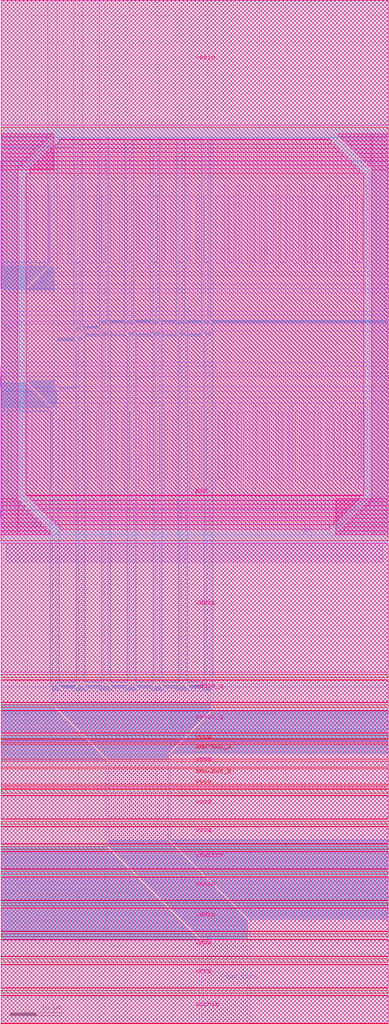
<source format=lef>
# Copyright 2020 The SkyWater PDK Authors
#
# Licensed under the Apache License, Version 2.0 (the "License");
# you may not use this file except in compliance with the License.
# You may obtain a copy of the License at
#
#     https://www.apache.org/licenses/LICENSE-2.0
#
# Unless required by applicable law or agreed to in writing, software
# distributed under the License is distributed on an "AS IS" BASIS,
# WITHOUT WARRANTIES OR CONDITIONS OF ANY KIND, either express or implied.
# See the License for the specific language governing permissions and
# limitations under the License.
#
# SPDX-License-Identifier: Apache-2.0

VERSION 5.5 ;
NAMESCASESENSITIVE ON ;
BUSBITCHARS "[]" ;
DIVIDERCHAR "/" ;

MACRO sky130_fd_io__top_analog_pad
  CLASS BLOCK ;
  SOURCE USER ;
  ORIGIN 0 0 ;
  SIZE 75 BY 198 ;
  SYMMETRY R90 ;

  PIN pad_core
    DIRECTION INOUT ;
    USE SIGNAL ;
    PORT
      LAYER met3 ;
        RECT 9.43 146.45 10.39 169.22 ;
        RECT 4.955 141.825 10.39 141.975 ;
        RECT 5.105 141.975 10.39 142.125 ;
        RECT 5.255 142.125 10.39 142.275 ;
        RECT 5.405 142.275 10.39 142.425 ;
        RECT 5.555 142.425 10.39 142.575 ;
        RECT 5.705 142.575 10.39 142.725 ;
        RECT 5.855 142.725 10.39 142.875 ;
        RECT 6.005 142.875 10.39 143.025 ;
        RECT 6.155 143.025 10.39 143.175 ;
        RECT 6.305 143.175 10.39 143.325 ;
        RECT 6.455 143.325 10.39 143.475 ;
        RECT 6.605 143.475 10.39 143.625 ;
        RECT 6.755 143.625 10.39 143.775 ;
        RECT 6.905 143.775 10.39 143.925 ;
        RECT 7.055 143.925 10.39 144.075 ;
        RECT 7.205 144.075 10.39 144.225 ;
        RECT 7.355 144.225 10.39 144.375 ;
        RECT 7.505 144.375 10.39 144.525 ;
        RECT 7.655 144.525 10.39 144.675 ;
        RECT 7.805 144.675 10.39 144.825 ;
        RECT 7.955 144.825 10.39 144.975 ;
        RECT 8.105 144.975 10.39 145.125 ;
        RECT 8.255 145.125 10.39 145.275 ;
        RECT 8.405 145.275 10.39 145.425 ;
        RECT 8.555 145.425 10.39 145.575 ;
        RECT 8.705 145.575 10.39 145.725 ;
        RECT 8.855 145.725 10.39 145.875 ;
        RECT 9.005 145.875 10.39 146.025 ;
        RECT 9.155 146.025 10.39 146.175 ;
        RECT 9.305 146.175 10.39 146.325 ;
        RECT 9.43 146.325 10.39 146.45 ;
        RECT 24.31 135.995 25.27 171.125 ;
        RECT 34.23 135.975 35.21 171.125 ;
        RECT 29.27 135.975 30.23 171.125 ;
        RECT 39.19 135.975 40.15 171.125 ;
        RECT 19.35 135.975 20.31 171.125 ;
        RECT 34.23 135.505 35.53 135.655 ;
        RECT 34.23 135.655 35.38 135.805 ;
        RECT 34.23 135.805 35.23 135.955 ;
        RECT 34.23 135.955 35.21 135.975 ;
        RECT 39.19 135.505 40.47 135.655 ;
        RECT 39.19 135.655 40.32 135.805 ;
        RECT 39.19 135.805 40.17 135.955 ;
        RECT 39.19 135.955 40.15 135.975 ;
        RECT 24.31 135.505 25.61 135.655 ;
        RECT 24.31 135.655 25.46 135.805 ;
        RECT 24.31 135.805 25.31 135.955 ;
        RECT 24.31 135.955 25.27 135.995 ;
        RECT 19.35 135.505 20.63 135.655 ;
        RECT 19.35 135.655 20.48 135.805 ;
        RECT 19.35 135.805 20.33 135.955 ;
        RECT 19.35 135.955 20.31 135.975 ;
        RECT 29.27 135.485 30.57 135.635 ;
        RECT 29.27 135.635 30.42 135.785 ;
        RECT 29.27 135.785 30.27 135.935 ;
        RECT 29.27 135.935 30.23 135.975 ;
        RECT 14.39 134.76 15.35 171.125 ;
        RECT 14.39 134.29 15.67 134.44 ;
        RECT 14.39 134.44 15.52 134.59 ;
        RECT 14.39 134.59 15.37 134.74 ;
        RECT 14.39 134.74 15.35 134.76 ;
        RECT 34.23 133.65 35.68 135.505 ;
        RECT 24.31 133.65 25.76 135.505 ;
        RECT 39.19 133.63 40.62 135.505 ;
        RECT 29.27 133.63 30.72 135.485 ;
        RECT 19.35 133.63 20.78 135.505 ;
        RECT 34.72 133.16 35.68 133.31 ;
        RECT 34.57 133.31 35.68 133.46 ;
        RECT 34.42 133.46 35.68 133.61 ;
        RECT 34.27 133.61 35.68 133.65 ;
        RECT 24.8 133.16 25.76 133.31 ;
        RECT 24.65 133.31 25.76 133.46 ;
        RECT 24.5 133.46 25.76 133.61 ;
        RECT 24.35 133.61 25.76 133.65 ;
        RECT 29.76 133.14 30.72 133.29 ;
        RECT 29.61 133.29 30.72 133.44 ;
        RECT 29.46 133.44 30.72 133.59 ;
        RECT 29.31 133.59 30.72 133.63 ;
        RECT 39.7 133.12 40.62 133.27 ;
        RECT 39.55 133.27 40.62 133.42 ;
        RECT 39.4 133.42 40.62 133.57 ;
        RECT 39.25 133.57 40.62 133.63 ;
        RECT 19.86 133.12 20.78 133.27 ;
        RECT 19.71 133.27 20.78 133.42 ;
        RECT 19.56 133.42 20.78 133.57 ;
        RECT 19.41 133.57 20.78 133.63 ;
        RECT 14.39 132.83 15.82 134.29 ;
        RECT 14.9 132.32 15.82 132.47 ;
        RECT 14.75 132.47 15.82 132.62 ;
        RECT 14.6 132.62 15.82 132.77 ;
        RECT 14.45 132.77 15.82 132.83 ;
        RECT 4.805 124.405 10.39 141.825 ;
        RECT 6.125 123.09 10.39 123.24 ;
        RECT 5.975 123.24 10.39 123.39 ;
        RECT 5.825 123.39 10.39 123.54 ;
        RECT 5.675 123.54 10.39 123.69 ;
        RECT 5.525 123.69 10.39 123.84 ;
        RECT 5.375 123.84 10.39 123.99 ;
        RECT 5.225 123.99 10.39 124.14 ;
        RECT 5.075 124.14 10.39 124.29 ;
        RECT 4.925 124.29 10.39 124.405 ;
        RECT 6.595 122.62 10.71 122.77 ;
        RECT 6.445 122.77 10.56 122.92 ;
        RECT 6.295 122.92 10.41 123.07 ;
        RECT 6.145 123.07 10.39 123.09 ;
        RECT 9.91 119.305 10.86 119.455 ;
        RECT 9.76 119.455 10.86 119.605 ;
        RECT 9.61 119.605 10.86 119.755 ;
        RECT 9.46 119.755 10.86 119.905 ;
        RECT 9.31 119.905 10.86 120.055 ;
        RECT 9.16 120.055 10.86 120.205 ;
        RECT 9.01 120.205 10.86 120.355 ;
        RECT 8.86 120.355 10.86 120.505 ;
        RECT 8.71 120.505 10.86 120.655 ;
        RECT 8.56 120.655 10.86 120.805 ;
        RECT 8.41 120.805 10.86 120.955 ;
        RECT 8.26 120.955 10.86 121.105 ;
        RECT 8.11 121.105 10.86 121.255 ;
        RECT 7.96 121.255 10.86 121.405 ;
        RECT 7.81 121.405 10.86 121.555 ;
        RECT 7.66 121.555 10.86 121.705 ;
        RECT 7.51 121.705 10.86 121.855 ;
        RECT 7.36 121.855 10.86 122.005 ;
        RECT 7.21 122.005 10.86 122.155 ;
        RECT 7.06 122.155 10.86 122.305 ;
        RECT 6.91 122.305 10.86 122.455 ;
        RECT 6.76 122.455 10.86 122.605 ;
        RECT 6.61 122.605 10.86 122.62 ;
        RECT 29.76 65.32 30.72 133.14 ;
        RECT 34.72 65.32 35.68 133.16 ;
        RECT 39.7 65.32 40.62 133.12 ;
        RECT 24.8 65.32 25.76 133.16 ;
        RECT 19.86 65.32 20.78 133.12 ;
        RECT 14.9 65.32 15.82 132.32 ;
        RECT 24.79 65.3 25.76 65.31 ;
        RECT 24.8 65.31 25.76 65.32 ;
        RECT 9.91 65.29 10.86 119.305 ;
        RECT 14.885 65.29 15.82 65.305 ;
        RECT 14.9 65.305 15.82 65.32 ;
        RECT 24.065 64.435 26.475 64.585 ;
        RECT 24.215 64.585 26.325 64.735 ;
        RECT 24.365 64.735 26.175 64.885 ;
        RECT 24.515 64.885 26.025 65.035 ;
        RECT 24.665 65.035 25.875 65.185 ;
        RECT 24.78 65.185 25.76 65.3 ;
        RECT 29.025 64.435 31.455 64.585 ;
        RECT 29.175 64.585 31.305 64.735 ;
        RECT 29.325 64.735 31.155 64.885 ;
        RECT 29.475 64.885 31.005 65.035 ;
        RECT 29.625 65.035 30.855 65.185 ;
        RECT 29.76 65.185 30.72 65.32 ;
        RECT 33.985 64.435 36.415 64.585 ;
        RECT 34.135 64.585 36.265 64.735 ;
        RECT 34.285 64.735 36.115 64.885 ;
        RECT 34.435 64.885 35.965 65.035 ;
        RECT 34.585 65.035 35.815 65.185 ;
        RECT 34.72 65.185 35.68 65.32 ;
        RECT 38.965 64.435 40.62 64.585 ;
        RECT 39.115 64.585 40.62 64.735 ;
        RECT 39.265 64.735 40.62 64.885 ;
        RECT 39.415 64.885 40.62 65.035 ;
        RECT 39.565 65.035 40.62 65.185 ;
        RECT 39.7 65.185 40.62 65.32 ;
        RECT 19.125 64.435 21.515 64.585 ;
        RECT 19.275 64.585 21.365 64.735 ;
        RECT 19.425 64.735 21.215 64.885 ;
        RECT 19.575 64.885 21.065 65.035 ;
        RECT 19.725 65.035 20.915 65.185 ;
        RECT 19.86 65.185 20.78 65.32 ;
        RECT 9.91 64.435 11.565 64.585 ;
        RECT 9.91 64.585 11.415 64.735 ;
        RECT 9.91 64.735 11.265 64.885 ;
        RECT 9.91 64.885 11.115 65.035 ;
        RECT 9.91 65.035 10.965 65.185 ;
        RECT 9.91 65.185 10.86 65.29 ;
        RECT 14.165 64.435 16.525 64.585 ;
        RECT 14.315 64.585 16.375 64.735 ;
        RECT 14.465 64.735 16.225 64.885 ;
        RECT 14.615 64.885 16.075 65.035 ;
        RECT 14.765 65.035 15.925 65.185 ;
        RECT 14.87 65.185 15.82 65.29 ;
        RECT 9.91 61.99 40.62 64.435 ;
        RECT 11.25 60.65 40.62 60.8 ;
        RECT 11.1 60.8 40.62 60.95 ;
        RECT 10.95 60.95 40.62 61.1 ;
        RECT 10.8 61.1 40.62 61.25 ;
        RECT 10.65 61.25 40.62 61.4 ;
        RECT 10.5 61.4 40.62 61.55 ;
        RECT 10.35 61.55 40.62 61.7 ;
        RECT 10.2 61.7 40.62 61.85 ;
        RECT 10.05 61.85 40.62 61.99 ;
        RECT 19.475 52.425 32.395 52.575 ;
        RECT 19.325 52.575 32.545 52.725 ;
        RECT 19.175 52.725 32.695 52.875 ;
        RECT 19.025 52.875 32.845 53.025 ;
        RECT 18.875 53.025 32.995 53.175 ;
        RECT 18.725 53.175 33.145 53.325 ;
        RECT 18.575 53.325 33.295 53.475 ;
        RECT 18.425 53.475 33.445 53.625 ;
        RECT 18.275 53.625 33.595 53.775 ;
        RECT 18.125 53.775 33.745 53.925 ;
        RECT 17.975 53.925 33.895 54.075 ;
        RECT 17.825 54.075 34.045 54.225 ;
        RECT 17.675 54.225 34.195 54.375 ;
        RECT 17.525 54.375 34.345 54.525 ;
        RECT 17.375 54.525 34.495 54.675 ;
        RECT 17.225 54.675 34.645 54.825 ;
        RECT 17.075 54.825 34.795 54.975 ;
        RECT 16.925 54.975 34.945 55.125 ;
        RECT 16.775 55.125 35.095 55.275 ;
        RECT 16.625 55.275 35.245 55.425 ;
        RECT 16.475 55.425 35.395 55.575 ;
        RECT 16.325 55.575 35.545 55.725 ;
        RECT 16.175 55.725 35.695 55.875 ;
        RECT 16.025 55.875 35.845 56.025 ;
        RECT 15.875 56.025 35.995 56.175 ;
        RECT 15.725 56.175 36.145 56.325 ;
        RECT 15.575 56.325 36.295 56.475 ;
        RECT 15.425 56.475 36.445 56.625 ;
        RECT 15.275 56.625 36.595 56.775 ;
        RECT 15.125 56.775 36.745 56.925 ;
        RECT 14.975 56.925 36.895 57.075 ;
        RECT 14.825 57.075 37.045 57.225 ;
        RECT 14.675 57.225 37.195 57.375 ;
        RECT 14.525 57.375 37.345 57.525 ;
        RECT 14.375 57.525 37.495 57.675 ;
        RECT 14.225 57.675 37.645 57.825 ;
        RECT 14.075 57.825 37.795 57.975 ;
        RECT 13.925 57.975 37.945 58.125 ;
        RECT 13.775 58.125 38.095 58.275 ;
        RECT 13.625 58.275 38.245 58.425 ;
        RECT 13.475 58.425 38.395 58.575 ;
        RECT 13.325 58.575 38.545 58.725 ;
        RECT 13.175 58.725 38.695 58.875 ;
        RECT 13.025 58.875 38.845 59.025 ;
        RECT 12.875 59.025 38.995 59.175 ;
        RECT 12.725 59.175 39.145 59.325 ;
        RECT 12.575 59.325 39.295 59.475 ;
        RECT 12.425 59.475 39.445 59.625 ;
        RECT 12.275 59.625 39.595 59.775 ;
        RECT 12.125 59.775 39.745 59.925 ;
        RECT 11.975 59.925 39.895 60.075 ;
        RECT 11.825 60.075 40.045 60.225 ;
        RECT 11.675 60.225 40.195 60.375 ;
        RECT 11.525 60.375 40.345 60.525 ;
        RECT 11.375 60.525 40.495 60.65 ;
        RECT 20.835 51.065 32.395 51.215 ;
        RECT 20.685 51.215 32.395 51.365 ;
        RECT 20.535 51.365 32.395 51.515 ;
        RECT 20.385 51.515 32.395 51.665 ;
        RECT 20.235 51.665 32.395 51.815 ;
        RECT 20.085 51.815 32.395 51.965 ;
        RECT 19.935 51.965 32.395 52.115 ;
        RECT 19.785 52.115 32.395 52.265 ;
        RECT 19.635 52.265 32.395 52.415 ;
        RECT 19.485 52.415 32.395 52.425 ;
        RECT 20.835 35.455 32.395 51.065 ;
        RECT 20.835 34.315 33.385 34.465 ;
        RECT 20.835 34.465 33.235 34.615 ;
        RECT 20.835 34.615 33.085 34.765 ;
        RECT 20.835 34.765 32.935 34.915 ;
        RECT 20.835 34.915 32.785 35.065 ;
        RECT 20.835 35.065 32.635 35.215 ;
        RECT 20.835 35.215 32.485 35.365 ;
        RECT 20.835 35.365 32.395 35.455 ;
        RECT 20.86 34.29 33.535 34.315 ;
        RECT 21.01 34.14 33.56 34.29 ;
        RECT 21.16 33.99 33.71 34.14 ;
        RECT 21.31 33.84 33.86 33.99 ;
        RECT 21.46 33.69 34.01 33.84 ;
        RECT 21.61 33.54 34.16 33.69 ;
        RECT 21.76 33.39 34.31 33.54 ;
        RECT 21.91 33.24 34.46 33.39 ;
        RECT 22.06 33.09 34.61 33.24 ;
        RECT 22.21 32.94 34.76 33.09 ;
        RECT 22.36 32.79 34.91 32.94 ;
        RECT 22.51 32.64 35.06 32.79 ;
        RECT 22.66 32.49 35.21 32.64 ;
        RECT 22.81 32.34 35.36 32.49 ;
        RECT 22.96 32.19 35.51 32.34 ;
        RECT 23.11 32.04 35.66 32.19 ;
        RECT 23.26 31.89 35.81 32.04 ;
        RECT 23.41 31.74 35.96 31.89 ;
        RECT 23.56 31.59 36.11 31.74 ;
        RECT 23.71 31.44 36.26 31.59 ;
        RECT 23.86 31.29 36.41 31.44 ;
        RECT 24.01 31.14 36.56 31.29 ;
        RECT 24.16 30.99 36.71 31.14 ;
        RECT 24.31 30.84 36.86 30.99 ;
        RECT 24.46 30.69 37.01 30.84 ;
        RECT 24.61 30.54 37.16 30.69 ;
        RECT 24.76 30.39 37.31 30.54 ;
        RECT 24.91 30.24 37.46 30.39 ;
        RECT 25.06 30.09 37.61 30.24 ;
        RECT 25.21 29.94 37.76 30.09 ;
        RECT 25.36 29.79 37.91 29.94 ;
        RECT 25.51 29.64 38.06 29.79 ;
        RECT 25.66 29.49 38.21 29.64 ;
        RECT 25.81 29.34 38.36 29.49 ;
        RECT 25.96 29.19 38.51 29.34 ;
        RECT 26.11 29.04 38.66 29.19 ;
        RECT 26.26 28.89 38.81 29.04 ;
        RECT 26.41 28.74 38.96 28.89 ;
        RECT 26.56 28.59 39.11 28.74 ;
        RECT 26.71 28.44 39.26 28.59 ;
        RECT 26.86 28.29 39.41 28.44 ;
        RECT 27.01 28.14 39.56 28.29 ;
        RECT 27.16 27.99 39.71 28.14 ;
        RECT 27.31 27.84 39.86 27.99 ;
        RECT 27.46 27.69 40.01 27.84 ;
        RECT 27.61 27.54 40.16 27.69 ;
        RECT 27.76 27.39 40.31 27.54 ;
        RECT 27.91 27.24 40.46 27.39 ;
        RECT 28.06 27.09 40.61 27.24 ;
        RECT 28.21 26.94 40.76 27.09 ;
        RECT 28.36 26.79 40.91 26.94 ;
        RECT 28.51 26.64 41.06 26.79 ;
        RECT 28.66 26.49 41.21 26.64 ;
        RECT 28.81 26.34 41.36 26.49 ;
        RECT 28.96 26.19 41.51 26.34 ;
        RECT 29.11 26.04 41.66 26.19 ;
        RECT 29.26 25.89 41.81 26.04 ;
        RECT 29.41 25.74 41.96 25.89 ;
        RECT 29.56 25.59 42.11 25.74 ;
        RECT 29.71 25.44 42.26 25.59 ;
        RECT 29.86 25.29 42.41 25.44 ;
        RECT 30.01 25.14 42.56 25.29 ;
        RECT 30.16 24.99 42.71 25.14 ;
        RECT 30.31 24.84 42.86 24.99 ;
        RECT 30.46 24.69 43.01 24.84 ;
        RECT 30.61 24.54 43.16 24.69 ;
        RECT 30.76 24.39 43.31 24.54 ;
        RECT 30.91 24.24 43.46 24.39 ;
        RECT 31.06 24.09 43.61 24.24 ;
        RECT 31.21 23.94 43.76 24.09 ;
        RECT 31.36 23.79 43.91 23.94 ;
        RECT 31.51 23.64 44.06 23.79 ;
        RECT 31.66 23.49 44.21 23.64 ;
        RECT 31.81 23.34 44.36 23.49 ;
        RECT 31.96 23.19 44.51 23.34 ;
        RECT 32.11 23.04 44.66 23.19 ;
        RECT 32.26 22.89 44.81 23.04 ;
        RECT 32.41 22.74 44.96 22.89 ;
        RECT 32.56 22.59 45.11 22.74 ;
        RECT 32.71 22.44 45.26 22.59 ;
        RECT 32.86 22.29 45.41 22.44 ;
        RECT 33.01 22.14 45.56 22.29 ;
        RECT 33.16 21.99 45.71 22.14 ;
        RECT 33.31 21.84 45.86 21.99 ;
        RECT 33.46 21.69 46.01 21.84 ;
        RECT 33.61 21.54 46.16 21.69 ;
        RECT 33.76 21.39 46.31 21.54 ;
        RECT 33.91 21.24 46.46 21.39 ;
        RECT 34.06 21.09 46.61 21.24 ;
        RECT 34.21 20.94 46.76 21.09 ;
        RECT 34.36 20.79 46.91 20.94 ;
        RECT 34.51 20.64 47.06 20.79 ;
        RECT 34.66 20.49 47.21 20.64 ;
        RECT 34.81 20.34 47.36 20.49 ;
        RECT 34.96 20.19 47.51 20.34 ;
        RECT 35.11 20.04 47.66 20.19 ;
        RECT 38.83 16.32 47.81 16.47 ;
        RECT 38.68 16.47 47.81 16.62 ;
        RECT 38.53 16.62 47.81 16.77 ;
        RECT 38.38 16.77 47.81 16.92 ;
        RECT 38.23 16.92 47.81 17.07 ;
        RECT 38.08 17.07 47.81 17.22 ;
        RECT 37.93 17.22 47.81 17.37 ;
        RECT 37.78 17.37 47.81 17.52 ;
        RECT 37.63 17.52 47.81 17.67 ;
        RECT 37.48 17.67 47.81 17.82 ;
        RECT 37.33 17.82 47.81 17.97 ;
        RECT 37.18 17.97 47.81 18.12 ;
        RECT 37.03 18.12 47.81 18.27 ;
        RECT 36.88 18.27 47.81 18.42 ;
        RECT 36.73 18.42 47.81 18.57 ;
        RECT 36.58 18.57 47.81 18.72 ;
        RECT 36.43 18.72 47.81 18.87 ;
        RECT 36.28 18.87 47.81 19.02 ;
        RECT 36.13 19.02 47.81 19.17 ;
        RECT 35.98 19.17 47.81 19.32 ;
        RECT 35.83 19.32 47.81 19.47 ;
        RECT 35.68 19.47 47.81 19.62 ;
        RECT 35.53 19.62 47.81 19.77 ;
        RECT 35.38 19.77 47.81 19.92 ;
        RECT 35.23 19.92 47.81 20.04 ;
        RECT 38.83 0 47.81 16.32 ;
    END
    ANTENNAPARTIALMETALSIDEAREA 14.856 LAYER met3 ;
  END pad_core

  PIN amuxbus_b
    DIRECTION INOUT ;
    USE SIGNAL ;
    PORT
      LAYER met4 ;
        RECT 0 46.365 75 49.345 ;
    END
    ANTENNAPARTIALMETALSIDEAREA 111.168 LAYER met4 ;
  END amuxbus_b

  PIN amuxbus_a
    DIRECTION INOUT ;
    USE SIGNAL ;
    PORT
      LAYER met4 ;
        RECT 0 51.125 75 54.105 ;
    END
    ANTENNAPARTIALMETALSIDEAREA 111.168 LAYER met4 ;
  END amuxbus_a

  PIN vccd
    DIRECTION INOUT ;
    USE POWER ;
    PORT
      LAYER met5 ;
        RECT 0 6.985 75 11.435 ;
    END
    PORT
      LAYER met4 ;
        RECT 0 6.885 75 11.535 ;
    END
  END vccd

  PIN vddio_q
    DIRECTION INOUT ;
    USE POWER ;
    PORT
      LAYER met5 ;
        RECT 0 62.185 75 66.435 ;
    END
    PORT
      LAYER met4 ;
        RECT 0 62.085 75 66.535 ;
    END
  END vddio_q

  PIN vssa
    DIRECTION INOUT ;
    USE GROUND ;
    PORT
      LAYER met5 ;
        RECT 0 34.835 75 38.085 ;
    END
    PORT
      LAYER met5 ;
        RECT 0 45.735 75 54.735 ;
    END
    PORT
      LAYER met4 ;
        RECT 0 34.735 75 38.185 ;
    END
    PORT
      LAYER met4 ;
        RECT 0 45.735 75 46.065 ;
    END
    PORT
      LAYER met4 ;
        RECT 0 49.645 75 50.825 ;
    END
    PORT
      LAYER met4 ;
        RECT 0 54.405 75 54.735 ;
    END
  END vssa

  PIN vddio
    DIRECTION INOUT ;
    USE POWER ;
    PORT
      LAYER met5 ;
        RECT 0 17.885 75 22.335 ;
    END
    PORT
      LAYER met5 ;
        RECT 0 68.035 75 92.985 ;
    END
    PORT
      LAYER met4 ;
        RECT 0 17.785 75 22.435 ;
    END
    PORT
      LAYER met4 ;
        RECT 0 68.035 75 93 ;
    END
  END vddio

  PIN vcchib
    DIRECTION INOUT ;
    USE POWER ;
    PORT
      LAYER met5 ;
        RECT 0 0.135 75 5.385 ;
    END
    PORT
      LAYER met4 ;
        RECT 0 0.035 75 5.485 ;
    END
  END vcchib

  PIN vswitch
    DIRECTION INOUT ;
    USE POWER ;
    PORT
      LAYER met5 ;
        RECT 0 29.985 75 33.235 ;
    END
    PORT
      LAYER met4 ;
        RECT 0 29.885 75 33.335 ;
    END
  END vswitch

  PIN vssio_q
    DIRECTION INOUT ;
    USE GROUND ;
    PORT
      LAYER met5 ;
        RECT 0 56.335 75 60.585 ;
    END
    PORT
      LAYER met4 ;
        RECT 0 56.235 75 60.685 ;
    END
  END vssio_q

  PIN vdda
    DIRECTION INOUT ;
    USE POWER ;
    PORT
      LAYER met5 ;
        RECT 0 13.035 75 16.285 ;
    END
    PORT
      LAYER met4 ;
        RECT 0 12.935 75 16.385 ;
    END
  END vdda

  PIN vssd
    DIRECTION INOUT ;
    USE GROUND ;
    PORT
      LAYER met5 ;
        RECT 0 39.685 75 44.135 ;
    END
    PORT
      LAYER met4 ;
        RECT 0 39.585 75 44.235 ;
    END
  END vssd

  PIN pad
    DIRECTION INOUT ;
    USE SIGNAL ;
    PORT
      LAYER met5 ;
        RECT 4.8 102.23 70.2 164.57 ;
        RECT 5.6 164.57 69.4 165.37 ;
        RECT 6.4 165.37 68.6 166.17 ;
        RECT 7.2 166.17 67.8 166.97 ;
        RECT 8 166.97 67 167.77 ;
        RECT 8.8 167.77 66.2 168.57 ;
        RECT 9.6 168.57 65.4 169.37 ;
        RECT 10.4 169.37 64.6 170.17 ;
        RECT 11.2 170.17 63.8 170.97 ;
        RECT 11.33 170.97 63.67 171.1 ;
        RECT 11.33 95.7 63.67 96.5 ;
        RECT 10.53 96.5 64.47 97.3 ;
        RECT 9.73 97.3 65.27 98.1 ;
        RECT 8.93 98.1 66.07 98.9 ;
        RECT 8.13 98.9 66.87 99.7 ;
        RECT 7.33 99.7 67.67 100.5 ;
        RECT 6.53 100.5 68.47 101.3 ;
        RECT 5.73 101.3 69.27 102.1 ;
        RECT 4.93 102.1 70.07 102.23 ;
    END
    ANTENNADIFFAREA 426.8 LAYER met1 ;
    ANTENNADIFFAREA 426.8 LAYER met2 ;
    ANTENNADIFFAREA 426.8 LAYER met3 ;
    ANTENNADIFFAREA 426.8 LAYER met4 ;
    ANTENNADIFFAREA 426.8 LAYER met5 ;
    ANTENNAPARTIALMETALSIDEAREA 245.627 LAYER met5 ;
  END pad

  PIN vssio
    DIRECTION INOUT ;
    USE GROUND ;
    PORT
      LAYER met5 ;
        RECT 0 23.935 75 28.385 ;
    END
    PORT
      LAYER met5 ;
        RECT 0 173.785 75 198 ;
    END
    PORT
      LAYER met4 ;
        RECT 0 23.835 75 28.485 ;
    END
    PORT
      LAYER met4 ;
        RECT 0 173.785 75 198 ;
    END
  END vssio
  OBS
    LAYER met3 ;
      RECT 11.34 65.235 14.43 65.415 ;
      RECT 11.88 64.835 14.25 65.235 ;
      RECT 0 61.825 9.51 65.235 ;
      RECT 41.02 60.485 75 65.235 ;
      RECT 32.795 52.26 75 60.485 ;
      RECT 0 50.9 9.51 61.825 ;
      RECT 32.795 35.62 75 52.26 ;
      RECT 48.21 20.205 75 35.62 ;
      RECT 0 16.155 20.435 34.15 ;
      RECT 48.21 0 75 20.205 ;
      RECT 0 0 38.43 16.155 ;
      RECT 0 34.15 20.435 50.9 ;
      RECT 0 171.425 75 198 ;
      RECT 0 169.52 14.09 171.425 ;
      RECT 10.69 148.94 14.09 169.52 ;
      RECT 10.69 148.84 10.79 148.94 ;
      RECT 0 147.28 9.13 169.52 ;
      RECT 0 147.18 9.13 147.28 ;
      RECT 0 146.615 9.03 147.18 ;
      RECT 0 141.99 9.03 146.615 ;
      RECT 25.57 136.12 28.97 171.425 ;
      RECT 35.51 136.1 38.89 171.425 ;
      RECT 40.45 136.1 75 171.425 ;
      RECT 20.61 136.1 24.01 171.425 ;
      RECT 30.53 136.1 33.93 171.425 ;
      RECT 35.98 135.63 38.89 136.1 ;
      RECT 40.92 135.63 75 136.1 ;
      RECT 26.06 135.63 28.97 136.12 ;
      RECT 21.08 135.63 24.01 136.1 ;
      RECT 31.02 135.61 33.93 136.1 ;
      RECT 15.65 134.885 19.05 171.425 ;
      RECT 16.12 134.415 19.05 134.885 ;
      RECT 21.08 133.525 24.01 135.63 ;
      RECT 31.02 133.525 33.93 135.61 ;
      RECT 35.98 133.505 38.89 135.63 ;
      RECT 26.06 133.505 28.97 135.63 ;
      RECT 16.12 133.505 19.05 134.415 ;
      RECT 21.08 133.035 24.01 133.525 ;
      RECT 31.02 133.035 33.93 133.525 ;
      RECT 26.06 133.015 28.97 133.505 ;
      RECT 35.98 132.995 38.89 133.505 ;
      RECT 16.12 132.995 19.05 133.505 ;
      RECT 10.79 132.705 14.09 148.94 ;
      RECT 10.79 132.195 14.09 132.705 ;
      RECT 0 124.005 4.405 141.99 ;
      RECT 10.79 123.255 14.6 132.195 ;
      RECT 11.26 122.785 14.6 123.255 ;
      RECT 0 119.14 4.645 124.005 ;
      RECT 0 118.57 9.51 119.14 ;
      RECT 0 118.475 9.51 118.57 ;
      RECT 11.26 116.82 14.6 122.785 ;
      RECT 35.98 66.15 39.4 132.995 ;
      RECT 21.08 66.15 24.5 133.035 ;
      RECT 31.02 66.15 34.42 133.035 ;
      RECT 26.06 66.15 29.46 133.015 ;
      RECT 16.12 66.15 19.56 132.995 ;
      RECT 11.16 66.15 14.6 116.82 ;
      RECT 26.06 66.13 29.46 66.15 ;
      RECT 16.12 66.12 19.56 66.15 ;
      RECT 36.08 66.05 39.4 66.15 ;
      RECT 11.16 66.05 14.6 66.15 ;
      RECT 21.18 66.05 24.5 66.15 ;
      RECT 31.12 66.05 34.42 66.15 ;
      RECT 26.14 66.05 29.44 66.13 ;
      RECT 16.19 66.05 19.53 66.12 ;
      RECT 26.16 66.03 29.36 66.05 ;
      RECT 16.22 66.02 19.46 66.05 ;
      RECT 36.08 65.485 39.4 66.05 ;
      RECT 11.16 65.485 14.5 66.05 ;
      RECT 21.18 65.485 24.4 66.05 ;
      RECT 31.12 65.485 34.32 66.05 ;
      RECT 26.16 65.485 29.36 66.03 ;
      RECT 16.22 65.485 19.46 66.02 ;
      RECT 26.16 65.465 29.36 65.485 ;
      RECT 16.22 65.455 19.46 65.485 ;
      RECT 36.12 65.445 39.4 65.485 ;
      RECT 11.16 65.415 14.5 65.485 ;
      RECT 36.33 65.235 39.4 65.445 ;
      RECT 36.73 64.835 39.05 65.235 ;
      RECT 40.92 65.235 75 135.63 ;
      RECT 0 65.235 9.61 118.475 ;
      RECT 21.83 64.835 24.4 65.485 ;
      RECT 31.77 64.835 34.32 65.485 ;
      RECT 26.79 64.835 29.34 65.465 ;
      RECT 16.84 64.835 19.43 65.455 ;
      RECT 36.28 65.285 39.1 65.435 ;
      RECT 36.13 65.435 39.25 65.485 ;
      RECT 26.16 132.975 29.21 133.125 ;
      RECT 26.16 133.125 29.06 133.275 ;
      RECT 26.16 133.275 28.91 133.425 ;
      RECT 26.16 133.425 28.87 133.465 ;
      RECT 26.16 65.465 29.34 65.475 ;
      RECT 26.16 65.475 29.35 65.485 ;
      RECT 16.22 134.455 18.95 134.605 ;
      RECT 16.07 134.605 18.95 134.755 ;
      RECT 15.92 134.755 18.95 134.905 ;
      RECT 15.77 134.905 18.95 134.925 ;
      RECT 0 146.49 8.905 146.615 ;
      RECT 0 146.34 8.755 146.49 ;
      RECT 0 146.19 8.605 146.34 ;
      RECT 0 146.04 8.455 146.19 ;
      RECT 0 145.89 8.305 146.04 ;
      RECT 0 145.74 8.155 145.89 ;
      RECT 0 145.59 8.005 145.74 ;
      RECT 0 145.44 7.855 145.59 ;
      RECT 0 145.29 7.705 145.44 ;
      RECT 0 145.14 7.555 145.29 ;
      RECT 0 144.99 7.405 145.14 ;
      RECT 0 144.84 7.255 144.99 ;
      RECT 0 144.69 7.105 144.84 ;
      RECT 0 144.54 6.955 144.69 ;
      RECT 0 144.39 6.805 144.54 ;
      RECT 0 144.24 6.655 144.39 ;
      RECT 0 144.09 6.505 144.24 ;
      RECT 0 143.94 6.355 144.09 ;
      RECT 0 143.79 6.205 143.94 ;
      RECT 0 143.64 6.055 143.79 ;
      RECT 0 143.49 5.905 143.64 ;
      RECT 0 143.34 5.755 143.49 ;
      RECT 0 143.19 5.605 143.34 ;
      RECT 0 143.04 5.455 143.19 ;
      RECT 0 142.89 5.305 143.04 ;
      RECT 0 142.74 5.155 142.89 ;
      RECT 0 142.59 5.005 142.74 ;
      RECT 0 142.44 4.855 142.59 ;
      RECT 0 142.29 4.705 142.44 ;
      RECT 0 142.14 4.555 142.29 ;
      RECT 0 141.99 4.405 142.14 ;
      RECT 32.945 52.26 75 52.41 ;
      RECT 33.095 52.41 75 52.56 ;
      RECT 33.245 52.56 75 52.71 ;
      RECT 33.395 52.71 75 52.86 ;
      RECT 33.545 52.86 75 53.01 ;
      RECT 33.695 53.01 75 53.16 ;
      RECT 33.845 53.16 75 53.31 ;
      RECT 33.995 53.31 75 53.46 ;
      RECT 34.145 53.46 75 53.61 ;
      RECT 34.295 53.61 75 53.76 ;
      RECT 34.445 53.76 75 53.91 ;
      RECT 34.595 53.91 75 54.06 ;
      RECT 34.745 54.06 75 54.21 ;
      RECT 34.895 54.21 75 54.36 ;
      RECT 35.045 54.36 75 54.51 ;
      RECT 35.195 54.51 75 54.66 ;
      RECT 35.345 54.66 75 54.81 ;
      RECT 35.495 54.81 75 54.96 ;
      RECT 35.645 54.96 75 55.11 ;
      RECT 35.795 55.11 75 55.26 ;
      RECT 35.945 55.26 75 55.41 ;
      RECT 36.095 55.41 75 55.56 ;
      RECT 36.245 55.56 75 55.71 ;
      RECT 36.395 55.71 75 55.86 ;
      RECT 36.545 55.86 75 56.01 ;
      RECT 36.695 56.01 75 56.16 ;
      RECT 36.845 56.16 75 56.31 ;
      RECT 36.995 56.31 75 56.46 ;
      RECT 37.145 56.46 75 56.61 ;
      RECT 37.295 56.61 75 56.76 ;
      RECT 37.445 56.76 75 56.91 ;
      RECT 37.595 56.91 75 57.06 ;
      RECT 37.745 57.06 75 57.21 ;
      RECT 37.895 57.21 75 57.36 ;
      RECT 38.045 57.36 75 57.51 ;
      RECT 38.195 57.51 75 57.66 ;
      RECT 38.345 57.66 75 57.81 ;
      RECT 38.495 57.81 75 57.96 ;
      RECT 38.645 57.96 75 58.11 ;
      RECT 38.795 58.11 75 58.26 ;
      RECT 38.945 58.26 75 58.41 ;
      RECT 39.095 58.41 75 58.56 ;
      RECT 39.245 58.56 75 58.71 ;
      RECT 39.395 58.71 75 58.86 ;
      RECT 39.545 58.86 75 59.01 ;
      RECT 39.695 59.01 75 59.16 ;
      RECT 39.845 59.16 75 59.31 ;
      RECT 39.995 59.31 75 59.46 ;
      RECT 40.145 59.46 75 59.61 ;
      RECT 40.295 59.61 75 59.76 ;
      RECT 40.445 59.76 75 59.91 ;
      RECT 40.595 59.91 75 60.06 ;
      RECT 40.745 60.06 75 60.21 ;
      RECT 40.895 60.21 75 60.36 ;
      RECT 41.02 60.36 75 60.485 ;
      RECT 41.02 135.67 75 135.82 ;
      RECT 40.87 135.82 75 135.97 ;
      RECT 40.72 135.97 75 136.12 ;
      RECT 40.57 136.12 75 136.14 ;
      RECT 10.79 132.155 14.35 132.305 ;
      RECT 10.79 132.305 14.2 132.455 ;
      RECT 10.79 132.455 14.05 132.605 ;
      RECT 10.79 132.605 13.99 132.665 ;
      RECT 11.26 122.785 14.5 122.935 ;
      RECT 11.11 122.935 14.5 123.085 ;
      RECT 10.96 123.085 14.5 123.235 ;
      RECT 10.81 123.235 14.5 123.255 ;
      RECT 34.41 34.005 75 34.155 ;
      RECT 34.56 33.855 75 34.005 ;
      RECT 34.71 33.705 75 33.855 ;
      RECT 34.86 33.555 75 33.705 ;
      RECT 35.01 33.405 75 33.555 ;
      RECT 35.16 33.255 75 33.405 ;
      RECT 35.31 33.105 75 33.255 ;
      RECT 35.46 32.955 75 33.105 ;
      RECT 35.61 32.805 75 32.955 ;
      RECT 35.76 32.655 75 32.805 ;
      RECT 35.91 32.505 75 32.655 ;
      RECT 36.06 32.355 75 32.505 ;
      RECT 36.21 32.205 75 32.355 ;
      RECT 36.36 32.055 75 32.205 ;
      RECT 36.51 31.905 75 32.055 ;
      RECT 36.66 31.755 75 31.905 ;
      RECT 36.81 31.605 75 31.755 ;
      RECT 36.96 31.455 75 31.605 ;
      RECT 37.11 31.305 75 31.455 ;
      RECT 37.26 31.155 75 31.305 ;
      RECT 37.41 31.005 75 31.155 ;
      RECT 37.56 30.855 75 31.005 ;
      RECT 37.71 30.705 75 30.855 ;
      RECT 37.86 30.555 75 30.705 ;
      RECT 38.01 30.405 75 30.555 ;
      RECT 38.16 30.255 75 30.405 ;
      RECT 38.31 30.105 75 30.255 ;
      RECT 38.46 29.955 75 30.105 ;
      RECT 38.61 29.805 75 29.955 ;
      RECT 38.76 29.655 75 29.805 ;
      RECT 38.91 29.505 75 29.655 ;
      RECT 39.06 29.355 75 29.505 ;
      RECT 39.21 29.205 75 29.355 ;
      RECT 39.36 29.055 75 29.205 ;
      RECT 39.51 28.905 75 29.055 ;
      RECT 39.66 28.755 75 28.905 ;
      RECT 39.81 28.605 75 28.755 ;
      RECT 39.96 28.455 75 28.605 ;
      RECT 40.11 28.305 75 28.455 ;
      RECT 40.26 28.155 75 28.305 ;
      RECT 40.41 28.005 75 28.155 ;
      RECT 40.56 27.855 75 28.005 ;
      RECT 40.71 27.705 75 27.855 ;
      RECT 40.86 27.555 75 27.705 ;
      RECT 41.01 27.405 75 27.555 ;
      RECT 41.16 27.255 75 27.405 ;
      RECT 41.31 27.105 75 27.255 ;
      RECT 41.46 26.955 75 27.105 ;
      RECT 41.61 26.805 75 26.955 ;
      RECT 41.76 26.655 75 26.805 ;
      RECT 41.91 26.505 75 26.655 ;
      RECT 42.06 26.355 75 26.505 ;
      RECT 42.21 26.205 75 26.355 ;
      RECT 42.36 26.055 75 26.205 ;
      RECT 42.51 25.905 75 26.055 ;
      RECT 42.66 25.755 75 25.905 ;
      RECT 42.81 25.605 75 25.755 ;
      RECT 42.96 25.455 75 25.605 ;
      RECT 43.11 25.305 75 25.455 ;
      RECT 43.26 25.155 75 25.305 ;
      RECT 43.41 25.005 75 25.155 ;
      RECT 43.56 24.855 75 25.005 ;
      RECT 43.71 24.705 75 24.855 ;
      RECT 43.86 24.555 75 24.705 ;
      RECT 44.01 24.405 75 24.555 ;
      RECT 44.16 24.255 75 24.405 ;
      RECT 44.31 24.105 75 24.255 ;
      RECT 44.46 23.955 75 24.105 ;
      RECT 44.61 23.805 75 23.955 ;
      RECT 44.76 23.655 75 23.805 ;
      RECT 44.91 23.505 75 23.655 ;
      RECT 45.06 23.355 75 23.505 ;
      RECT 45.21 23.205 75 23.355 ;
      RECT 45.36 23.055 75 23.205 ;
      RECT 45.51 22.905 75 23.055 ;
      RECT 45.66 22.755 75 22.905 ;
      RECT 45.81 22.605 75 22.755 ;
      RECT 45.96 22.455 75 22.605 ;
      RECT 46.11 22.305 75 22.455 ;
      RECT 46.26 22.155 75 22.305 ;
      RECT 46.41 22.005 75 22.155 ;
      RECT 46.56 21.855 75 22.005 ;
      RECT 46.71 21.705 75 21.855 ;
      RECT 46.86 21.555 75 21.705 ;
      RECT 47.01 21.405 75 21.555 ;
      RECT 47.16 21.255 75 21.405 ;
      RECT 47.31 21.105 75 21.255 ;
      RECT 47.46 20.955 75 21.105 ;
      RECT 47.61 20.805 75 20.955 ;
      RECT 47.76 20.655 75 20.805 ;
      RECT 47.91 20.505 75 20.655 ;
      RECT 48.06 20.355 75 20.505 ;
      RECT 48.21 20.205 75 20.355 ;
      RECT 21.18 132.995 24.25 133.145 ;
      RECT 21.18 133.145 24.1 133.295 ;
      RECT 21.18 133.295 23.95 133.445 ;
      RECT 21.18 133.445 23.91 133.485 ;
      RECT 21.83 64.835 23.75 64.985 ;
      RECT 21.68 64.985 23.9 65.135 ;
      RECT 21.53 65.135 24.05 65.285 ;
      RECT 21.38 65.285 24.2 65.435 ;
      RECT 21.23 65.435 24.35 65.485 ;
      RECT 31.12 132.995 34.17 133.145 ;
      RECT 31.12 133.145 34.02 133.295 ;
      RECT 31.12 133.295 33.87 133.445 ;
      RECT 31.12 133.445 33.83 133.485 ;
      RECT 31.77 64.835 33.67 64.985 ;
      RECT 31.62 64.985 33.82 65.135 ;
      RECT 31.47 65.135 33.97 65.285 ;
      RECT 31.32 65.285 34.12 65.435 ;
      RECT 31.17 65.435 34.27 65.485 ;
      RECT 16.22 132.955 19.31 133.105 ;
      RECT 16.22 133.105 19.16 133.255 ;
      RECT 16.22 133.255 19.01 133.405 ;
      RECT 16.22 133.405 18.95 133.465 ;
      RECT 16.22 65.455 19.43 65.47 ;
      RECT 16.22 65.47 19.445 65.485 ;
      RECT 36.08 132.955 39.15 133.105 ;
      RECT 36.08 133.105 39.0 133.255 ;
      RECT 36.08 133.255 38.85 133.405 ;
      RECT 36.08 133.405 38.79 133.465 ;
      RECT 36.73 64.835 38.65 64.985 ;
      RECT 36.58 64.985 38.8 65.135 ;
      RECT 36.43 65.135 38.95 65.285 ;
      RECT 0 33.405 21.03 33.555 ;
      RECT 0 33.255 21.18 33.405 ;
      RECT 0 33.105 21.33 33.255 ;
      RECT 0 32.955 21.48 33.105 ;
      RECT 0 32.805 21.63 32.955 ;
      RECT 0 32.655 21.78 32.805 ;
      RECT 0 32.505 21.93 32.655 ;
      RECT 0 32.355 22.08 32.505 ;
      RECT 0 32.205 22.23 32.355 ;
      RECT 0 32.055 22.38 32.205 ;
      RECT 0 31.905 22.53 32.055 ;
      RECT 0 31.755 22.68 31.905 ;
      RECT 0 31.605 22.83 31.755 ;
      RECT 0 31.455 22.98 31.605 ;
      RECT 0 31.305 23.13 31.455 ;
      RECT 0 31.155 23.28 31.305 ;
      RECT 0 31.005 23.43 31.155 ;
      RECT 0 30.855 23.58 31.005 ;
      RECT 0 30.705 23.73 30.855 ;
      RECT 0 30.555 23.88 30.705 ;
      RECT 0 30.405 24.03 30.555 ;
      RECT 0 30.255 24.18 30.405 ;
      RECT 0 30.105 24.33 30.255 ;
      RECT 0 29.955 24.48 30.105 ;
      RECT 0 29.805 24.63 29.955 ;
      RECT 0 29.655 24.78 29.805 ;
      RECT 0 29.505 24.93 29.655 ;
      RECT 0 29.355 25.08 29.505 ;
      RECT 0 29.205 25.23 29.355 ;
      RECT 0 29.055 25.38 29.205 ;
      RECT 0 28.905 25.53 29.055 ;
      RECT 0 28.755 25.68 28.905 ;
      RECT 0 28.605 25.83 28.755 ;
      RECT 0 28.455 25.98 28.605 ;
      RECT 0 28.305 26.13 28.455 ;
      RECT 0 28.155 26.28 28.305 ;
      RECT 0 28.005 26.43 28.155 ;
      RECT 0 27.855 26.58 28.005 ;
      RECT 0 27.705 26.73 27.855 ;
      RECT 0 27.555 26.88 27.705 ;
      RECT 0 27.405 27.03 27.555 ;
      RECT 0 27.255 27.18 27.405 ;
      RECT 0 27.105 27.33 27.255 ;
      RECT 0 26.955 27.48 27.105 ;
      RECT 0 26.805 27.63 26.955 ;
      RECT 0 26.655 27.78 26.805 ;
      RECT 0 26.505 27.93 26.655 ;
      RECT 0 26.355 28.08 26.505 ;
      RECT 0 26.205 28.23 26.355 ;
      RECT 0 26.055 28.38 26.205 ;
      RECT 0 25.905 28.53 26.055 ;
      RECT 0 25.755 28.68 25.905 ;
      RECT 0 25.605 28.83 25.755 ;
      RECT 0 25.455 28.98 25.605 ;
      RECT 0 25.305 29.13 25.455 ;
      RECT 0 25.155 29.28 25.305 ;
      RECT 0 25.005 29.43 25.155 ;
      RECT 0 24.855 29.58 25.005 ;
      RECT 0 24.705 29.73 24.855 ;
      RECT 0 24.555 29.88 24.705 ;
      RECT 0 24.405 30.03 24.555 ;
      RECT 0 24.255 30.18 24.405 ;
      RECT 0 24.105 30.33 24.255 ;
      RECT 0 23.955 30.48 24.105 ;
      RECT 0 23.805 30.63 23.955 ;
      RECT 0 23.655 30.78 23.805 ;
      RECT 0 23.505 30.93 23.655 ;
      RECT 0 23.355 31.08 23.505 ;
      RECT 0 23.205 31.23 23.355 ;
      RECT 0 23.055 31.38 23.205 ;
      RECT 0 22.905 31.53 23.055 ;
      RECT 0 22.755 31.68 22.905 ;
      RECT 0 22.605 31.83 22.755 ;
      RECT 0 22.455 31.98 22.605 ;
      RECT 0 22.305 32.13 22.455 ;
      RECT 0 22.155 32.28 22.305 ;
      RECT 0 22.005 32.43 22.155 ;
      RECT 0 21.855 32.58 22.005 ;
      RECT 0 21.705 32.73 21.855 ;
      RECT 0 21.555 32.88 21.705 ;
      RECT 0 21.405 33.03 21.555 ;
      RECT 0 21.255 33.18 21.405 ;
      RECT 0 21.105 33.33 21.255 ;
      RECT 0 20.955 33.48 21.105 ;
      RECT 0 20.805 33.63 20.955 ;
      RECT 0 20.655 33.78 20.805 ;
      RECT 0 20.505 33.93 20.655 ;
      RECT 0 20.355 34.08 20.505 ;
      RECT 0 20.205 34.23 20.355 ;
      RECT 0 20.055 34.38 20.205 ;
      RECT 0 19.905 34.53 20.055 ;
      RECT 0 19.755 34.68 19.905 ;
      RECT 0 19.605 34.83 19.755 ;
      RECT 0 19.455 34.98 19.605 ;
      RECT 0 19.305 35.13 19.455 ;
      RECT 0 19.155 35.28 19.305 ;
      RECT 0 19.005 35.43 19.155 ;
      RECT 0 18.855 35.58 19.005 ;
      RECT 0 18.705 35.73 18.855 ;
      RECT 0 18.555 35.88 18.705 ;
      RECT 0 18.405 36.03 18.555 ;
      RECT 0 18.255 36.18 18.405 ;
      RECT 0 18.105 36.33 18.255 ;
      RECT 0 17.955 36.48 18.105 ;
      RECT 0 17.805 36.63 17.955 ;
      RECT 0 17.655 36.78 17.805 ;
      RECT 0 17.505 36.93 17.655 ;
      RECT 0 17.355 37.08 17.505 ;
      RECT 0 17.205 37.23 17.355 ;
      RECT 0 17.055 37.38 17.205 ;
      RECT 0 16.905 37.53 17.055 ;
      RECT 0 16.755 37.68 16.905 ;
      RECT 0 16.605 37.83 16.755 ;
      RECT 0 16.455 37.98 16.605 ;
      RECT 0 16.305 38.13 16.455 ;
      RECT 0 16.155 38.28 16.305 ;
      RECT 32.91 35.505 75 35.62 ;
      RECT 33.06 35.355 75 35.505 ;
      RECT 33.21 35.205 75 35.355 ;
      RECT 33.36 35.055 75 35.205 ;
      RECT 33.51 34.905 75 35.055 ;
      RECT 33.66 34.755 75 34.905 ;
      RECT 33.81 34.605 75 34.755 ;
      RECT 33.96 34.455 75 34.605 ;
      RECT 34.11 34.305 75 34.455 ;
      RECT 34.26 34.155 75 34.305 ;
      RECT 21.03 135.82 23.91 135.97 ;
      RECT 20.88 135.97 23.91 136.12 ;
      RECT 20.73 136.12 23.91 136.14 ;
      RECT 31.12 135.65 33.83 135.8 ;
      RECT 30.97 135.8 33.83 135.95 ;
      RECT 30.82 135.95 33.83 136.1 ;
      RECT 30.67 136.1 33.83 136.14 ;
      RECT 36.08 135.67 38.79 135.82 ;
      RECT 35.93 135.82 38.79 135.97 ;
      RECT 35.78 135.97 38.79 136.12 ;
      RECT 35.63 136.12 38.79 136.14 ;
      RECT 11.26 65.455 14.47 65.47 ;
      RECT 11.26 65.47 14.485 65.485 ;
      RECT 0 119.14 9.36 119.29 ;
      RECT 0 119.29 9.21 119.44 ;
      RECT 0 119.44 9.06 119.59 ;
      RECT 0 119.59 8.91 119.74 ;
      RECT 0 119.74 8.76 119.89 ;
      RECT 0 119.89 8.61 120.04 ;
      RECT 0 120.04 8.46 120.19 ;
      RECT 0 120.19 8.31 120.34 ;
      RECT 0 120.34 8.16 120.49 ;
      RECT 0 120.49 8.01 120.64 ;
      RECT 0 120.64 7.86 120.79 ;
      RECT 0 120.79 7.71 120.94 ;
      RECT 0 120.94 7.56 121.09 ;
      RECT 0 121.09 7.41 121.24 ;
      RECT 0 121.24 7.26 121.39 ;
      RECT 0 121.39 7.11 121.54 ;
      RECT 0 121.54 6.96 121.69 ;
      RECT 0 121.69 6.81 121.84 ;
      RECT 0 121.84 6.66 121.99 ;
      RECT 0 121.99 6.51 122.14 ;
      RECT 0 122.14 6.36 122.29 ;
      RECT 0 122.29 6.21 122.44 ;
      RECT 0 122.44 6.06 122.59 ;
      RECT 0 122.59 5.91 122.74 ;
      RECT 0 122.74 5.76 122.89 ;
      RECT 0 122.89 5.61 123.04 ;
      RECT 0 123.04 5.46 123.19 ;
      RECT 0 123.19 5.31 123.34 ;
      RECT 0 123.34 5.16 123.49 ;
      RECT 0 123.49 5.01 123.64 ;
      RECT 0 123.64 4.86 123.79 ;
      RECT 0 123.79 4.71 123.94 ;
      RECT 0 123.94 4.645 124.005 ;
      RECT 0 61.7 9.51 61.825 ;
      RECT 0 61.55 9.635 61.7 ;
      RECT 0 61.4 9.785 61.55 ;
      RECT 0 61.25 9.935 61.4 ;
      RECT 0 61.1 10.085 61.25 ;
      RECT 0 60.95 10.235 61.1 ;
      RECT 0 60.8 10.385 60.95 ;
      RECT 0 60.65 10.535 60.8 ;
      RECT 0 60.5 10.685 60.65 ;
      RECT 0 60.35 10.835 60.5 ;
      RECT 0 60.2 10.985 60.35 ;
      RECT 0 60.05 11.135 60.2 ;
      RECT 0 59.9 11.285 60.05 ;
      RECT 0 59.75 11.435 59.9 ;
      RECT 0 59.6 11.585 59.75 ;
      RECT 0 59.45 11.735 59.6 ;
      RECT 0 59.3 11.885 59.45 ;
      RECT 0 59.15 12.035 59.3 ;
      RECT 0 59 12.185 59.15 ;
      RECT 0 58.85 12.335 59 ;
      RECT 0 58.7 12.485 58.85 ;
      RECT 0 58.55 12.635 58.7 ;
      RECT 0 58.4 12.785 58.55 ;
      RECT 0 58.25 12.935 58.4 ;
      RECT 0 58.1 13.085 58.25 ;
      RECT 0 57.95 13.235 58.1 ;
      RECT 0 57.8 13.385 57.95 ;
      RECT 0 57.65 13.535 57.8 ;
      RECT 0 57.5 13.685 57.65 ;
      RECT 0 57.35 13.835 57.5 ;
      RECT 0 57.2 13.985 57.35 ;
      RECT 0 57.05 14.135 57.2 ;
      RECT 0 56.9 14.285 57.05 ;
      RECT 0 56.75 14.435 56.9 ;
      RECT 0 56.6 14.585 56.75 ;
      RECT 0 56.45 14.735 56.6 ;
      RECT 0 56.3 14.885 56.45 ;
      RECT 0 56.15 15.035 56.3 ;
      RECT 0 56 15.185 56.15 ;
      RECT 0 55.85 15.335 56 ;
      RECT 0 55.7 15.485 55.85 ;
      RECT 0 55.55 15.635 55.7 ;
      RECT 0 55.4 15.785 55.55 ;
      RECT 0 55.25 15.935 55.4 ;
      RECT 0 55.1 16.085 55.25 ;
      RECT 0 54.95 16.235 55.1 ;
      RECT 0 54.8 16.385 54.95 ;
      RECT 0 54.65 16.535 54.8 ;
      RECT 0 54.5 16.685 54.65 ;
      RECT 0 54.35 16.835 54.5 ;
      RECT 0 54.2 16.985 54.35 ;
      RECT 0 54.05 17.135 54.2 ;
      RECT 0 53.9 17.285 54.05 ;
      RECT 0 53.75 17.435 53.9 ;
      RECT 0 53.6 17.585 53.75 ;
      RECT 0 53.45 17.735 53.6 ;
      RECT 0 53.3 17.885 53.45 ;
      RECT 0 53.15 18.035 53.3 ;
      RECT 0 53 18.185 53.15 ;
      RECT 0 52.85 18.335 53 ;
      RECT 0 52.7 18.485 52.85 ;
      RECT 0 52.55 18.635 52.7 ;
      RECT 0 52.4 18.785 52.55 ;
      RECT 0 52.25 18.935 52.4 ;
      RECT 0 52.1 19.085 52.25 ;
      RECT 0 51.95 19.235 52.1 ;
      RECT 0 51.8 19.385 51.95 ;
      RECT 0 51.65 19.535 51.8 ;
      RECT 0 51.5 19.685 51.65 ;
      RECT 0 51.35 19.835 51.5 ;
      RECT 0 51.2 19.985 51.35 ;
      RECT 0 51.05 20.135 51.2 ;
      RECT 0 50.9 20.285 51.05 ;
      RECT 0 34.005 20.435 34.15 ;
      RECT 0 33.855 20.58 34.005 ;
      RECT 0 33.705 20.73 33.855 ;
      RECT 0 33.555 20.88 33.705 ;
      RECT 0 19.305 35.13 19.455 ;
      RECT 0 19.155 35.28 19.305 ;
      RECT 0 19.005 35.43 19.155 ;
      RECT 0 18.855 35.58 19.005 ;
      RECT 0 18.705 35.73 18.855 ;
      RECT 0 18.555 35.88 18.705 ;
      RECT 0 18.405 36.03 18.555 ;
      RECT 0 18.255 36.18 18.405 ;
      RECT 0 18.105 36.33 18.255 ;
      RECT 0 17.955 36.48 18.105 ;
      RECT 0 17.805 36.63 17.955 ;
      RECT 0 17.655 36.78 17.805 ;
      RECT 0 17.505 36.93 17.655 ;
      RECT 0 17.355 37.08 17.505 ;
      RECT 0 17.205 37.23 17.355 ;
      RECT 0 17.055 37.38 17.205 ;
      RECT 0 16.905 37.53 17.055 ;
      RECT 0 16.755 37.68 16.905 ;
      RECT 0 16.605 37.83 16.755 ;
      RECT 0 16.455 37.98 16.605 ;
      RECT 0 16.305 38.13 16.455 ;
      RECT 0 16.155 38.28 16.305 ;
      RECT 21.83 64.835 23.75 64.985 ;
      RECT 21.68 64.985 23.9 65.135 ;
      RECT 21.53 65.135 24.05 65.285 ;
      RECT 21.38 65.285 24.2 65.435 ;
      RECT 21.23 65.435 24.35 65.485 ;
      RECT 31.77 64.835 33.67 64.985 ;
      RECT 31.62 64.985 33.82 65.135 ;
      RECT 31.47 65.135 33.97 65.285 ;
      RECT 31.32 65.285 34.12 65.435 ;
      RECT 31.17 65.435 34.27 65.485 ;
      RECT 16.22 65.455 19.43 65.47 ;
      RECT 16.22 65.47 19.445 65.485 ;
      RECT 16.84 64.835 18.81 64.985 ;
      RECT 16.69 64.985 18.96 65.135 ;
      RECT 16.54 65.135 19.11 65.285 ;
      RECT 16.39 65.285 19.26 65.435 ;
      RECT 16.24 65.435 19.41 65.455 ;
      RECT 36.73 64.835 38.65 64.985 ;
      RECT 36.58 64.985 38.8 65.135 ;
      RECT 36.43 65.135 38.95 65.285 ;
      RECT 36.28 65.285 39.1 65.435 ;
      RECT 36.13 65.435 39.25 65.485 ;
      RECT 26.16 65.465 29.34 65.475 ;
      RECT 26.16 65.475 29.35 65.485 ;
      RECT 26.79 64.835 28.71 64.985 ;
      RECT 26.64 64.985 28.86 65.135 ;
      RECT 26.49 65.135 29.01 65.285 ;
      RECT 26.34 65.285 29.16 65.435 ;
      RECT 26.19 65.435 29.31 65.465 ;
      RECT 36.08 135.67 38.79 135.82 ;
      RECT 35.93 135.82 38.79 135.97 ;
      RECT 35.78 135.97 38.79 136.12 ;
      RECT 35.63 136.12 38.79 136.14 ;
      RECT 36.08 132.955 39.15 133.105 ;
      RECT 36.08 133.105 39.0 133.255 ;
      RECT 36.08 133.255 38.85 133.405 ;
      RECT 36.08 133.405 38.79 133.465 ;
      RECT 26.16 135.67 28.87 135.82 ;
      RECT 26.01 135.82 28.87 135.97 ;
      RECT 25.86 135.97 28.87 136.12 ;
      RECT 25.71 136.12 28.87 136.16 ;
      RECT 26.16 132.975 29.21 133.125 ;
      RECT 26.16 133.125 29.06 133.275 ;
      RECT 26.16 133.275 28.91 133.425 ;
      RECT 26.16 133.425 28.87 133.465 ;
      RECT 21.18 135.67 23.91 135.82 ;
      RECT 21.03 135.82 23.91 135.97 ;
      RECT 20.88 135.97 23.91 136.12 ;
      RECT 20.73 136.12 23.91 136.14 ;
      RECT 21.18 132.995 24.25 133.145 ;
      RECT 21.18 133.145 24.1 133.295 ;
      RECT 21.18 133.295 23.95 133.445 ;
      RECT 21.18 133.445 23.91 133.485 ;
      RECT 31.12 135.65 33.83 135.8 ;
      RECT 30.97 135.8 33.83 135.95 ;
      RECT 30.82 135.95 33.83 136.1 ;
      RECT 30.67 136.1 33.83 136.14 ;
      RECT 31.12 132.995 34.17 133.145 ;
      RECT 31.12 133.145 34.02 133.295 ;
      RECT 31.12 133.295 33.87 133.445 ;
      RECT 31.12 133.445 33.83 133.485 ;
      RECT 16.22 134.455 18.95 134.605 ;
      RECT 16.07 134.605 18.95 134.755 ;
      RECT 15.92 134.755 18.95 134.905 ;
      RECT 15.77 134.905 18.95 134.925 ;
      RECT 16.22 132.955 19.31 133.105 ;
      RECT 16.22 133.105 19.16 133.255 ;
      RECT 16.22 133.255 19.01 133.405 ;
      RECT 16.22 133.405 18.95 133.465 ;
      RECT 11.88 64.835 13.85 64.985 ;
      RECT 11.73 64.985 14.0 65.135 ;
      RECT 11.58 65.135 14.15 65.285 ;
      RECT 11.43 65.285 14.3 65.435 ;
      RECT 11.28 65.435 14.45 65.455 ;
      RECT 16.84 64.835 18.81 64.985 ;
      RECT 16.69 64.985 18.96 65.135 ;
      RECT 16.54 65.135 19.11 65.285 ;
      RECT 16.39 65.285 19.26 65.435 ;
      RECT 16.24 65.435 19.41 65.455 ;
      RECT 26.79 64.835 28.71 64.985 ;
      RECT 26.64 64.985 28.86 65.135 ;
      RECT 26.49 65.135 29.01 65.285 ;
      RECT 26.34 65.285 29.16 65.435 ;
      RECT 26.19 65.435 29.31 65.465 ;
      RECT 26.16 135.67 28.87 135.82 ;
      RECT 26.01 135.82 28.87 135.97 ;
      RECT 25.86 135.97 28.87 136.12 ;
      RECT 25.71 136.12 28.87 136.16 ;
      RECT 21.18 135.67 23.91 135.82 ;
      RECT 44.01 24.405 75 24.555 ;
      RECT 44.16 24.255 75 24.405 ;
      RECT 44.31 24.105 75 24.255 ;
      RECT 44.46 23.955 75 24.105 ;
      RECT 44.61 23.805 75 23.955 ;
      RECT 44.76 23.655 75 23.805 ;
      RECT 44.91 23.505 75 23.655 ;
      RECT 45.06 23.355 75 23.505 ;
      RECT 45.21 23.205 75 23.355 ;
      RECT 45.36 23.055 75 23.205 ;
      RECT 45.51 22.905 75 23.055 ;
      RECT 45.66 22.755 75 22.905 ;
      RECT 45.81 22.605 75 22.755 ;
      RECT 45.96 22.455 75 22.605 ;
      RECT 46.11 22.305 75 22.455 ;
      RECT 46.26 22.155 75 22.305 ;
      RECT 46.41 22.005 75 22.155 ;
      RECT 46.56 21.855 75 22.005 ;
      RECT 46.71 21.705 75 21.855 ;
      RECT 46.86 21.555 75 21.705 ;
      RECT 47.01 21.405 75 21.555 ;
      RECT 47.16 21.255 75 21.405 ;
      RECT 47.31 21.105 75 21.255 ;
      RECT 47.46 20.955 75 21.105 ;
      RECT 47.61 20.805 75 20.955 ;
      RECT 47.76 20.655 75 20.805 ;
      RECT 47.91 20.505 75 20.655 ;
      RECT 48.06 20.355 75 20.505 ;
      RECT 48.21 20.205 75 20.355 ;
      RECT 0 34.005 20.435 34.15 ;
      RECT 0 33.855 20.58 34.005 ;
      RECT 0 33.705 20.73 33.855 ;
      RECT 0 33.555 20.88 33.705 ;
      RECT 0 33.405 21.03 33.555 ;
      RECT 0 33.255 21.18 33.405 ;
      RECT 0 33.105 21.33 33.255 ;
      RECT 0 32.955 21.48 33.105 ;
      RECT 0 32.805 21.63 32.955 ;
      RECT 0 32.655 21.78 32.805 ;
      RECT 0 32.505 21.93 32.655 ;
      RECT 0 32.355 22.08 32.505 ;
      RECT 0 32.205 22.23 32.355 ;
      RECT 0 32.055 22.38 32.205 ;
      RECT 0 31.905 22.53 32.055 ;
      RECT 0 31.755 22.68 31.905 ;
      RECT 0 31.605 22.83 31.755 ;
      RECT 0 31.455 22.98 31.605 ;
      RECT 0 31.305 23.13 31.455 ;
      RECT 0 31.155 23.28 31.305 ;
      RECT 0 31.005 23.43 31.155 ;
      RECT 0 30.855 23.58 31.005 ;
      RECT 0 30.705 23.73 30.855 ;
      RECT 0 30.555 23.88 30.705 ;
      RECT 0 30.405 24.03 30.555 ;
      RECT 0 30.255 24.18 30.405 ;
      RECT 0 30.105 24.33 30.255 ;
      RECT 0 29.955 24.48 30.105 ;
      RECT 0 29.805 24.63 29.955 ;
      RECT 0 29.655 24.78 29.805 ;
      RECT 0 29.505 24.93 29.655 ;
      RECT 0 29.355 25.08 29.505 ;
      RECT 0 29.205 25.23 29.355 ;
      RECT 0 29.055 25.38 29.205 ;
      RECT 0 28.905 25.53 29.055 ;
      RECT 0 28.755 25.68 28.905 ;
      RECT 0 28.605 25.83 28.755 ;
      RECT 0 28.455 25.98 28.605 ;
      RECT 0 28.305 26.13 28.455 ;
      RECT 0 28.155 26.28 28.305 ;
      RECT 0 28.005 26.43 28.155 ;
      RECT 0 27.855 26.58 28.005 ;
      RECT 0 27.705 26.73 27.855 ;
      RECT 0 27.555 26.88 27.705 ;
      RECT 0 27.405 27.03 27.555 ;
      RECT 0 27.255 27.18 27.405 ;
      RECT 0 27.105 27.33 27.255 ;
      RECT 0 26.955 27.48 27.105 ;
      RECT 0 26.805 27.63 26.955 ;
      RECT 0 26.655 27.78 26.805 ;
      RECT 0 26.505 27.93 26.655 ;
      RECT 0 26.355 28.08 26.505 ;
      RECT 0 26.205 28.23 26.355 ;
      RECT 0 26.055 28.38 26.205 ;
      RECT 0 25.905 28.53 26.055 ;
      RECT 0 25.755 28.68 25.905 ;
      RECT 0 25.605 28.83 25.755 ;
      RECT 0 25.455 28.98 25.605 ;
      RECT 0 25.305 29.13 25.455 ;
      RECT 0 25.155 29.28 25.305 ;
      RECT 0 25.005 29.43 25.155 ;
      RECT 0 24.855 29.58 25.005 ;
      RECT 0 24.705 29.73 24.855 ;
      RECT 0 24.555 29.88 24.705 ;
      RECT 0 24.405 30.03 24.555 ;
      RECT 0 24.255 30.18 24.405 ;
      RECT 0 24.105 30.33 24.255 ;
      RECT 0 23.955 30.48 24.105 ;
      RECT 0 23.805 30.63 23.955 ;
      RECT 0 23.655 30.78 23.805 ;
      RECT 0 23.505 30.93 23.655 ;
      RECT 0 23.355 31.08 23.505 ;
      RECT 0 23.205 31.23 23.355 ;
      RECT 0 23.055 31.38 23.205 ;
      RECT 0 22.905 31.53 23.055 ;
      RECT 0 22.755 31.68 22.905 ;
      RECT 0 22.605 31.83 22.755 ;
      RECT 0 22.455 31.98 22.605 ;
      RECT 0 22.305 32.13 22.455 ;
      RECT 0 22.155 32.28 22.305 ;
      RECT 0 22.005 32.43 22.155 ;
      RECT 0 21.855 32.58 22.005 ;
      RECT 0 21.705 32.73 21.855 ;
      RECT 0 21.555 32.88 21.705 ;
      RECT 0 21.405 33.03 21.555 ;
      RECT 0 21.255 33.18 21.405 ;
      RECT 0 21.105 33.33 21.255 ;
      RECT 0 20.955 33.48 21.105 ;
      RECT 0 20.805 33.63 20.955 ;
      RECT 0 20.655 33.78 20.805 ;
      RECT 0 20.505 33.93 20.655 ;
      RECT 0 20.355 34.08 20.505 ;
      RECT 0 20.205 34.23 20.355 ;
      RECT 0 20.055 34.38 20.205 ;
      RECT 0 19.905 34.53 20.055 ;
      RECT 0 19.755 34.68 19.905 ;
      RECT 0 19.605 34.83 19.755 ;
      RECT 0 19.455 34.98 19.605 ;
      RECT 0 58.55 12.635 58.7 ;
      RECT 0 58.4 12.785 58.55 ;
      RECT 0 58.25 12.935 58.4 ;
      RECT 0 58.1 13.085 58.25 ;
      RECT 0 57.95 13.235 58.1 ;
      RECT 0 57.8 13.385 57.95 ;
      RECT 0 57.65 13.535 57.8 ;
      RECT 0 57.5 13.685 57.65 ;
      RECT 0 57.35 13.835 57.5 ;
      RECT 0 57.2 13.985 57.35 ;
      RECT 0 57.05 14.135 57.2 ;
      RECT 0 56.9 14.285 57.05 ;
      RECT 0 56.75 14.435 56.9 ;
      RECT 0 56.6 14.585 56.75 ;
      RECT 0 56.45 14.735 56.6 ;
      RECT 0 56.3 14.885 56.45 ;
      RECT 0 56.15 15.035 56.3 ;
      RECT 0 56 15.185 56.15 ;
      RECT 0 55.85 15.335 56 ;
      RECT 0 55.7 15.485 55.85 ;
      RECT 0 55.55 15.635 55.7 ;
      RECT 0 55.4 15.785 55.55 ;
      RECT 0 55.25 15.935 55.4 ;
      RECT 0 55.1 16.085 55.25 ;
      RECT 0 54.95 16.235 55.1 ;
      RECT 0 54.8 16.385 54.95 ;
      RECT 0 54.65 16.535 54.8 ;
      RECT 0 54.5 16.685 54.65 ;
      RECT 0 54.35 16.835 54.5 ;
      RECT 0 54.2 16.985 54.35 ;
      RECT 0 54.05 17.135 54.2 ;
      RECT 0 53.9 17.285 54.05 ;
      RECT 0 53.75 17.435 53.9 ;
      RECT 0 53.6 17.585 53.75 ;
      RECT 0 53.45 17.735 53.6 ;
      RECT 0 53.3 17.885 53.45 ;
      RECT 0 53.15 18.035 53.3 ;
      RECT 0 53 18.185 53.15 ;
      RECT 0 52.85 18.335 53 ;
      RECT 0 52.7 18.485 52.85 ;
      RECT 0 52.55 18.635 52.7 ;
      RECT 0 52.4 18.785 52.55 ;
      RECT 0 52.25 18.935 52.4 ;
      RECT 0 52.1 19.085 52.25 ;
      RECT 0 51.95 19.235 52.1 ;
      RECT 0 51.8 19.385 51.95 ;
      RECT 0 51.65 19.535 51.8 ;
      RECT 0 51.5 19.685 51.65 ;
      RECT 0 51.35 19.835 51.5 ;
      RECT 0 51.2 19.985 51.35 ;
      RECT 0 51.05 20.135 51.2 ;
      RECT 0 50.9 20.285 51.05 ;
      RECT 32.91 35.505 75 35.62 ;
      RECT 33.06 35.355 75 35.505 ;
      RECT 33.21 35.205 75 35.355 ;
      RECT 33.36 35.055 75 35.205 ;
      RECT 33.51 34.905 75 35.055 ;
      RECT 33.66 34.755 75 34.905 ;
      RECT 33.81 34.605 75 34.755 ;
      RECT 33.96 34.455 75 34.605 ;
      RECT 34.11 34.305 75 34.455 ;
      RECT 34.26 34.155 75 34.305 ;
      RECT 34.41 34.005 75 34.155 ;
      RECT 34.56 33.855 75 34.005 ;
      RECT 34.71 33.705 75 33.855 ;
      RECT 34.86 33.555 75 33.705 ;
      RECT 35.01 33.405 75 33.555 ;
      RECT 35.16 33.255 75 33.405 ;
      RECT 35.31 33.105 75 33.255 ;
      RECT 35.46 32.955 75 33.105 ;
      RECT 35.61 32.805 75 32.955 ;
      RECT 35.76 32.655 75 32.805 ;
      RECT 35.91 32.505 75 32.655 ;
      RECT 36.06 32.355 75 32.505 ;
      RECT 36.21 32.205 75 32.355 ;
      RECT 36.36 32.055 75 32.205 ;
      RECT 36.51 31.905 75 32.055 ;
      RECT 36.66 31.755 75 31.905 ;
      RECT 36.81 31.605 75 31.755 ;
      RECT 36.96 31.455 75 31.605 ;
      RECT 37.11 31.305 75 31.455 ;
      RECT 37.26 31.155 75 31.305 ;
      RECT 37.41 31.005 75 31.155 ;
      RECT 37.56 30.855 75 31.005 ;
      RECT 37.71 30.705 75 30.855 ;
      RECT 37.86 30.555 75 30.705 ;
      RECT 38.01 30.405 75 30.555 ;
      RECT 38.16 30.255 75 30.405 ;
      RECT 38.31 30.105 75 30.255 ;
      RECT 38.46 29.955 75 30.105 ;
      RECT 38.61 29.805 75 29.955 ;
      RECT 38.76 29.655 75 29.805 ;
      RECT 38.91 29.505 75 29.655 ;
      RECT 39.06 29.355 75 29.505 ;
      RECT 39.21 29.205 75 29.355 ;
      RECT 39.36 29.055 75 29.205 ;
      RECT 39.51 28.905 75 29.055 ;
      RECT 39.66 28.755 75 28.905 ;
      RECT 39.81 28.605 75 28.755 ;
      RECT 39.96 28.455 75 28.605 ;
      RECT 40.11 28.305 75 28.455 ;
      RECT 40.26 28.155 75 28.305 ;
      RECT 40.41 28.005 75 28.155 ;
      RECT 40.56 27.855 75 28.005 ;
      RECT 40.71 27.705 75 27.855 ;
      RECT 40.86 27.555 75 27.705 ;
      RECT 41.01 27.405 75 27.555 ;
      RECT 41.16 27.255 75 27.405 ;
      RECT 41.31 27.105 75 27.255 ;
      RECT 41.46 26.955 75 27.105 ;
      RECT 41.61 26.805 75 26.955 ;
      RECT 41.76 26.655 75 26.805 ;
      RECT 41.91 26.505 75 26.655 ;
      RECT 42.06 26.355 75 26.505 ;
      RECT 42.21 26.205 75 26.355 ;
      RECT 42.36 26.055 75 26.205 ;
      RECT 42.51 25.905 75 26.055 ;
      RECT 42.66 25.755 75 25.905 ;
      RECT 42.81 25.605 75 25.755 ;
      RECT 42.96 25.455 75 25.605 ;
      RECT 43.11 25.305 75 25.455 ;
      RECT 43.26 25.155 75 25.305 ;
      RECT 43.41 25.005 75 25.155 ;
      RECT 43.56 24.855 75 25.005 ;
      RECT 43.71 24.705 75 24.855 ;
      RECT 43.86 24.555 75 24.705 ;
      RECT 10.79 132.155 14.35 132.305 ;
      RECT 10.79 132.305 14.2 132.455 ;
      RECT 10.79 132.455 14.05 132.605 ;
      RECT 10.79 132.605 13.99 132.665 ;
      RECT 11.26 122.785 14.5 122.935 ;
      RECT 11.11 122.935 14.5 123.085 ;
      RECT 10.96 123.085 14.5 123.235 ;
      RECT 10.81 123.235 14.5 123.255 ;
      RECT 0 119.14 9.36 119.29 ;
      RECT 0 119.29 9.21 119.44 ;
      RECT 0 119.44 9.06 119.59 ;
      RECT 0 119.59 8.91 119.74 ;
      RECT 0 119.74 8.76 119.89 ;
      RECT 0 119.89 8.61 120.04 ;
      RECT 0 120.04 8.46 120.19 ;
      RECT 0 120.19 8.31 120.34 ;
      RECT 0 120.34 8.16 120.49 ;
      RECT 0 120.49 8.01 120.64 ;
      RECT 0 120.64 7.86 120.79 ;
      RECT 0 120.79 7.71 120.94 ;
      RECT 0 120.94 7.56 121.09 ;
      RECT 0 121.09 7.41 121.24 ;
      RECT 0 121.24 7.26 121.39 ;
      RECT 0 121.39 7.11 121.54 ;
      RECT 0 121.54 6.96 121.69 ;
      RECT 0 121.69 6.81 121.84 ;
      RECT 0 121.84 6.66 121.99 ;
      RECT 0 121.99 6.51 122.14 ;
      RECT 0 122.14 6.36 122.29 ;
      RECT 0 122.29 6.21 122.44 ;
      RECT 0 122.44 6.06 122.59 ;
      RECT 0 122.59 5.91 122.74 ;
      RECT 0 122.74 5.76 122.89 ;
      RECT 0 122.89 5.61 123.04 ;
      RECT 0 123.04 5.46 123.19 ;
      RECT 0 123.19 5.31 123.34 ;
      RECT 0 123.34 5.16 123.49 ;
      RECT 0 123.49 5.01 123.64 ;
      RECT 0 123.64 4.86 123.79 ;
      RECT 0 123.79 4.71 123.94 ;
      RECT 0 123.94 4.645 124.005 ;
      RECT 11.26 65.455 14.47 65.47 ;
      RECT 11.26 65.47 14.485 65.485 ;
      RECT 11.88 64.835 13.85 64.985 ;
      RECT 11.73 64.985 14.0 65.135 ;
      RECT 11.58 65.135 14.15 65.285 ;
      RECT 11.43 65.285 14.3 65.435 ;
      RECT 11.28 65.435 14.45 65.455 ;
      RECT 32.945 52.26 75 52.41 ;
      RECT 33.095 52.41 75 52.56 ;
      RECT 33.245 52.56 75 52.71 ;
      RECT 33.395 52.71 75 52.86 ;
      RECT 33.545 52.86 75 53.01 ;
      RECT 33.695 53.01 75 53.16 ;
      RECT 33.845 53.16 75 53.31 ;
      RECT 33.995 53.31 75 53.46 ;
      RECT 34.145 53.46 75 53.61 ;
      RECT 34.295 53.61 75 53.76 ;
      RECT 34.445 53.76 75 53.91 ;
      RECT 34.595 53.91 75 54.06 ;
      RECT 34.745 54.06 75 54.21 ;
      RECT 34.895 54.21 75 54.36 ;
      RECT 35.045 54.36 75 54.51 ;
      RECT 35.195 54.51 75 54.66 ;
      RECT 35.345 54.66 75 54.81 ;
      RECT 35.495 54.81 75 54.96 ;
      RECT 35.645 54.96 75 55.11 ;
      RECT 35.795 55.11 75 55.26 ;
      RECT 35.945 55.26 75 55.41 ;
      RECT 36.095 55.41 75 55.56 ;
      RECT 36.245 55.56 75 55.71 ;
      RECT 36.395 55.71 75 55.86 ;
      RECT 36.545 55.86 75 56.01 ;
      RECT 36.695 56.01 75 56.16 ;
      RECT 36.845 56.16 75 56.31 ;
      RECT 36.995 56.31 75 56.46 ;
      RECT 37.145 56.46 75 56.61 ;
      RECT 37.295 56.61 75 56.76 ;
      RECT 37.445 56.76 75 56.91 ;
      RECT 37.595 56.91 75 57.06 ;
      RECT 37.745 57.06 75 57.21 ;
      RECT 37.895 57.21 75 57.36 ;
      RECT 38.045 57.36 75 57.51 ;
      RECT 38.195 57.51 75 57.66 ;
      RECT 38.345 57.66 75 57.81 ;
      RECT 38.495 57.81 75 57.96 ;
      RECT 38.645 57.96 75 58.11 ;
      RECT 38.795 58.11 75 58.26 ;
      RECT 38.945 58.26 75 58.41 ;
      RECT 39.095 58.41 75 58.56 ;
      RECT 39.245 58.56 75 58.71 ;
      RECT 39.395 58.71 75 58.86 ;
      RECT 39.545 58.86 75 59.01 ;
      RECT 39.695 59.01 75 59.16 ;
      RECT 39.845 59.16 75 59.31 ;
      RECT 39.995 59.31 75 59.46 ;
      RECT 40.145 59.46 75 59.61 ;
      RECT 40.295 59.61 75 59.76 ;
      RECT 40.445 59.76 75 59.91 ;
      RECT 40.595 59.91 75 60.06 ;
      RECT 40.745 60.06 75 60.21 ;
      RECT 40.895 60.21 75 60.36 ;
      RECT 41.02 60.36 75 60.485 ;
      RECT 0 61.7 9.51 61.825 ;
      RECT 0 61.55 9.635 61.7 ;
      RECT 0 61.4 9.785 61.55 ;
      RECT 0 61.25 9.935 61.4 ;
      RECT 0 61.1 10.085 61.25 ;
      RECT 0 60.95 10.235 61.1 ;
      RECT 0 60.8 10.385 60.95 ;
      RECT 0 60.65 10.535 60.8 ;
      RECT 0 60.5 10.685 60.65 ;
      RECT 0 60.35 10.835 60.5 ;
      RECT 0 60.2 10.985 60.35 ;
      RECT 0 60.05 11.135 60.2 ;
      RECT 0 59.9 11.285 60.05 ;
      RECT 0 59.75 11.435 59.9 ;
      RECT 0 59.6 11.585 59.75 ;
      RECT 0 59.45 11.735 59.6 ;
      RECT 0 59.3 11.885 59.45 ;
      RECT 0 59.15 12.035 59.3 ;
      RECT 0 59 12.185 59.15 ;
      RECT 0 58.85 12.335 59 ;
      RECT 0 58.7 12.485 58.85 ;
      RECT 36.08 133.465 38.79 135.67 ;
      RECT 26.16 133.465 28.87 135.67 ;
      RECT 21.18 133.485 23.91 135.67 ;
      RECT 31.12 133.485 33.83 135.65 ;
      RECT 16.22 133.465 18.95 134.455 ;
      RECT 36.08 133.465 38.79 135.67 ;
      RECT 26.16 133.465 28.87 135.67 ;
      RECT 21.18 133.485 23.91 135.67 ;
      RECT 31.12 133.485 33.83 135.65 ;
      RECT 16.22 133.465 18.95 134.455 ;
      RECT 25.67 136.16 28.87 171.525 ;
      RECT 20.71 136.14 23.91 171.525 ;
      RECT 30.63 136.14 33.83 171.525 ;
      RECT 35.61 136.14 38.79 171.525 ;
      RECT 0 124.005 4.405 141.99 ;
      RECT 11.26 65.485 14.5 122.785 ;
      RECT 0 61.825 9.51 119.14 ;
      RECT 32.795 35.62 75 52.26 ;
      RECT 0 34.15 20.435 50.9 ;
      RECT 0 0 38.43 16.155 ;
      RECT 48.21 0 75 20.205 ;
      RECT 21.18 65.485 24.4 132.995 ;
      RECT 31.12 65.485 34.32 132.995 ;
      RECT 16.22 65.485 19.46 132.955 ;
      RECT 36.08 65.485 39.3 132.955 ;
      RECT 26.16 65.485 29.36 132.975 ;
      RECT 15.75 134.925 18.95 198 ;
      RECT 15.75 134.925 18.95 171.525 ;
      RECT 0 146.615 9.03 198 ;
      RECT 0 146.615 9.03 169.62 ;
      RECT 0 171.525 75 198 ;
      RECT 40.55 136.14 75 171.525 ;
      RECT 41.02 60.485 75 171.525 ;
      RECT 41.02 60.485 75 135.67 ;
      RECT 0 169.62 13.99 198 ;
      RECT 0 169.62 13.99 171.525 ;
      RECT 10.79 132.665 13.99 198 ;
      RECT 10.79 132.665 13.99 169.62 ;
      RECT 10.79 123.255 13.99 169.62 ;
      RECT 10.79 123.255 14.5 132.155 ;
      RECT 0 146.49 8.905 146.615 ;
      RECT 0 146.34 8.755 146.49 ;
      RECT 0 146.19 8.605 146.34 ;
      RECT 0 146.04 8.455 146.19 ;
      RECT 0 145.89 8.305 146.04 ;
      RECT 0 145.74 8.155 145.89 ;
      RECT 0 145.59 8.005 145.74 ;
      RECT 0 145.44 7.855 145.59 ;
      RECT 0 145.29 7.705 145.44 ;
      RECT 0 145.14 7.555 145.29 ;
      RECT 0 144.99 7.405 145.14 ;
      RECT 0 144.84 7.255 144.99 ;
      RECT 0 144.69 7.105 144.84 ;
      RECT 0 144.54 6.955 144.69 ;
      RECT 0 144.39 6.805 144.54 ;
      RECT 0 144.24 6.655 144.39 ;
      RECT 0 144.09 6.505 144.24 ;
      RECT 0 143.94 6.355 144.09 ;
      RECT 0 143.79 6.205 143.94 ;
      RECT 0 143.64 6.055 143.79 ;
      RECT 0 143.49 5.905 143.64 ;
      RECT 0 143.34 5.755 143.49 ;
      RECT 0 143.19 5.605 143.34 ;
      RECT 0 143.04 5.455 143.19 ;
      RECT 0 142.89 5.305 143.04 ;
      RECT 0 142.74 5.155 142.89 ;
      RECT 0 142.59 5.005 142.74 ;
      RECT 0 142.44 4.855 142.59 ;
      RECT 0 142.29 4.705 142.44 ;
      RECT 0 142.14 4.555 142.29 ;
      RECT 0 141.99 4.405 142.14 ;
      RECT 41.02 135.67 75 135.82 ;
      RECT 40.87 135.82 75 135.97 ;
      RECT 40.72 135.97 75 136.12 ;
      RECT 40.57 136.12 75 136.14 ;
    LAYER li1 ;
      RECT 34.46 147.22 34.99 147.32 ;
      RECT 38.31 146.19 38.91 162.235 ;
      RECT 40.46 146.19 41.06 161.705 ;
      RECT 40.46 161.705 41.1 162.235 ;
      RECT 39.235 147.32 40.135 160.075 ;
      RECT 39.42 147.22 39.95 147.32 ;
      RECT 43.27 146.19 43.87 162.235 ;
      RECT 45.42 146.19 46.02 162.235 ;
      RECT 44.195 147.32 45.095 160.075 ;
      RECT 44.38 147.22 44.91 147.32 ;
      RECT 41.57 147.085 42.76 160.075 ;
      RECT 48.23 146.19 48.83 162.235 ;
      RECT 46.53 147.085 47.72 160.075 ;
      RECT 49.155 147.32 50.055 160.075 ;
      RECT 49.34 147.22 49.87 147.32 ;
      RECT 50.38 146.19 50.98 162.235 ;
      RECT 53.19 146.19 53.79 162.235 ;
      RECT 51.49 147.085 52.68 160.075 ;
      RECT 55.34 146.19 55.94 162.235 ;
      RECT 56.45 147.085 57.64 160.075 ;
      RECT 54.115 147.32 55.015 160.075 ;
      RECT 54.3 147.22 54.83 147.32 ;
      RECT 58.15 146.19 58.75 162.235 ;
      RECT 60.3 146.19 60.9 162.235 ;
      RECT 61.41 147.085 62.6 160.075 ;
      RECT 59.075 147.32 59.975 160.075 ;
      RECT 59.26 147.22 59.79 147.32 ;
      RECT 65.26 146.19 65.86 162.235 ;
      RECT 63.11 146.19 63.71 162.235 ;
      RECT 66.37 147.085 67.56 160.075 ;
      RECT 64.035 147.32 64.935 160.075 ;
      RECT 64.22 147.22 64.75 147.32 ;
      RECT 70.22 146.19 70.82 162.235 ;
      RECT 68.07 146.19 68.67 162.235 ;
      RECT 68.995 147.32 69.895 160.075 ;
      RECT 69.18 147.22 69.71 147.32 ;
      RECT 0.295 137.815 74.41 141.445 ;
      RECT 0.27 143.105 1.12 166.005 ;
      RECT 73.51 143.105 74.91 166.005 ;
      RECT 0.27 142.215 74.91 143.105 ;
      RECT 0.27 166.005 74.91 166.895 ;
      RECT 0.985 89.275 73.86 92.945 ;
      RECT -0.205 125.9 41.52 127.225 ;
      RECT 62.04 125.9 74.915 127.22 ;
      RECT -0.205 94.575 58.735 96.65 ;
      RECT 62.04 127.22 74.41 127.225 ;
      RECT 72.3 94.575 74.915 96.65 ;
      RECT 0.265 100.32 1.305 122.315 ;
      RECT -0.085 99.395 74.915 99.42 ;
      RECT 73.695 100.32 74.915 122.315 ;
      RECT -0.205 92.945 74.915 94.575 ;
      RECT -0.205 123.24 74.915 125.9 ;
      RECT -0.205 96.65 74.915 99.395 ;
      RECT 0.265 99.42 74.915 100.32 ;
      RECT 0.265 122.315 74.915 123.24 ;
      RECT 59.12 95.42 60.135 95.65 ;
      RECT 59.12 95.65 60.13 95.75 ;
      RECT 70.17 95.295 71.18 95.935 ;
      RECT 2.07 120.09 72.925 121.09 ;
      RECT 2.07 101.16 72.925 102.16 ;
      RECT 2.07 102.16 3.56 120.09 ;
      RECT 71.44 102.16 72.925 120.09 ;
      RECT 6.215 103.545 6.815 119.445 ;
      RECT 4.99 105.565 5.89 118.315 ;
      RECT 4.065 103.545 4.665 119.445 ;
      RECT 7.325 105.505 8.515 118.415 ;
      RECT 9.025 103.545 9.625 119.445 ;
      RECT 11.175 103.545 11.775 119.445 ;
      RECT 9.95 105.565 10.85 118.315 ;
      RECT 13.985 103.545 14.585 119.445 ;
      RECT 16.135 103.545 16.735 119.445 ;
      RECT 12.285 105.505 13.475 118.415 ;
      RECT 14.91 105.565 15.81 118.315 ;
      RECT 18.945 103.545 19.545 119.445 ;
      RECT 17.245 105.505 18.435 118.415 ;
      RECT 19.87 105.565 20.77 118.315 ;
      RECT 23.905 103.545 24.505 119.445 ;
      RECT 21.095 103.545 21.695 119.445 ;
      RECT 22.205 105.505 23.395 118.415 ;
      RECT 26.055 103.545 26.655 119.445 ;
      RECT 28.865 103.545 29.465 119.445 ;
      RECT 27.165 105.505 28.355 118.415 ;
      RECT 24.83 105.565 25.73 118.315 ;
      RECT 31.015 103.545 31.615 119.445 ;
      RECT 32.125 105.505 33.315 118.415 ;
      RECT 29.79 105.565 30.69 118.315 ;
      RECT 33.825 103.545 34.425 119.445 ;
      RECT 35.975 103.545 36.575 119.445 ;
      RECT 34.75 105.565 35.65 118.315 ;
      RECT 37.085 105.505 38.275 118.415 ;
      RECT 38.785 103.545 39.385 119.445 ;
      RECT 40.935 103.545 41.535 119.445 ;
      RECT 39.71 105.565 40.61 118.315 ;
      RECT 43.745 103.545 44.345 119.445 ;
      RECT 44.67 105.565 45.57 118.32 ;
      RECT 42.045 105.505 43.235 118.415 ;
      RECT 48.705 103.545 49.305 119.445 ;
      RECT 45.895 103.545 46.495 119.445 ;
      RECT 49.63 105.565 50.53 118.415 ;
      RECT 47.005 105.505 48.195 118.415 ;
      RECT 53.665 103.545 54.265 119.445 ;
      RECT 50.855 103.545 51.455 119.445 ;
      RECT 51.965 105.505 53.155 118.475 ;
      RECT 55.815 103.545 56.415 119.445 ;
      RECT 54.59 105.565 55.49 118.315 ;
      RECT 56.925 105.505 58.115 118.415 ;
      RECT 58.625 103.545 59.225 119.445 ;
      RECT 60.775 103.545 61.375 119.445 ;
      RECT 59.55 105.565 60.45 118.315 ;
      RECT 61.885 105.505 63.075 118.415 ;
      RECT 65.735 103.545 66.335 119.445 ;
      RECT 63.585 103.545 64.185 119.445 ;
      RECT 64.51 105.565 65.41 118.315 ;
      RECT 68.545 103.545 69.145 119.445 ;
      RECT 70.335 103.545 70.935 119.445 ;
      RECT 69.655 105.565 69.825 118.315 ;
      RECT 66.845 105.505 68.035 118.415 ;
      RECT 1.25 134.585 2.265 134.815 ;
      RECT 1.25 134.815 2.26 134.865 ;
      RECT 1.25 134.535 2.26 134.585 ;
      RECT 0.245 133.97 0.755 135.43 ;
      RECT 14.11 133.97 74.81 135.43 ;
      RECT 0.245 127.995 74.81 133.97 ;
      RECT 0.285 135.43 74.81 137.05 ;
      RECT 12.3 134.815 13.31 134.865 ;
      RECT 12.295 134.245 13.31 134.815 ;
      RECT 2.105 144.655 72.665 145.505 ;
      RECT 2.105 163.695 72.665 164.545 ;
      RECT 71.26 145.505 72.665 163.695 ;
      RECT 2.105 145.505 3.51 163.695 ;
      RECT 3.95 146.19 4.55 162.235 ;
      RECT 5.74 146.19 6.34 162.235 ;
      RECT 6.85 147.085 8.04 160.075 ;
      RECT 5.06 147.22 5.23 160.075 ;
      RECT 10.7 146.19 11.3 162.235 ;
      RECT 8.55 146.19 9.15 162.235 ;
      RECT 9.475 147.32 10.375 160.075 ;
      RECT 11.81 147.085 13 160.075 ;
      RECT 13.51 146.19 14.11 162.235 ;
      RECT 15.66 146.19 16.26 162.235 ;
      RECT 14.435 147.32 15.335 160.075 ;
      RECT 14.62 147.22 15.15 147.32 ;
      RECT 18.47 146.19 19.07 162.235 ;
      RECT 16.77 147.085 17.96 160.075 ;
      RECT 19.395 147.32 20.295 160.075 ;
      RECT 19.58 147.22 20.11 147.32 ;
      RECT 23.43 146.19 24.03 162.235 ;
      RECT 20.62 146.19 21.22 162.235 ;
      RECT 21.73 147.085 22.92 160.075 ;
      RECT 24.355 147.32 25.255 160.075 ;
      RECT 24.54 147.22 25.07 147.32 ;
      RECT 28.39 146.19 28.99 162.235 ;
      RECT 25.58 146.19 26.18 162.235 ;
      RECT 26.69 147.085 27.88 160.075 ;
      RECT 30.54 146.19 31.14 162.235 ;
      RECT 31.65 147.085 32.84 160.075 ;
      RECT 29.315 147.32 30.215 160.075 ;
      RECT 29.5 147.22 30.03 147.32 ;
      RECT 33.35 146.19 33.95 162.235 ;
      RECT 35.5 146.19 36.1 162.235 ;
      RECT 36.61 147.085 37.8 160.075 ;
      RECT 34.275 147.32 35.175 160.075 ;
    LAYER met5 ;
      RECT 0 165.235 10.15 172.185 ;
      RECT 0 94.585 3.2 101.565 ;
      RECT 64.815 94.585 75 101.565 ;
      RECT 71.8 165.235 75 172.185 ;
      RECT 71.8 101.565 75 165.235 ;
      RECT 0 101.565 3.2 165.235 ;
      RECT 71.8 165.235 75 166.03 ;
      RECT 71.005 166.03 75 166.83 ;
      RECT 70.205 166.83 75 167.63 ;
      RECT 69.405 167.63 75 168.43 ;
      RECT 68.6 168.43 75 169.23 ;
      RECT 67.8 169.23 75 170.03 ;
      RECT 67.005 170.03 75 170.83 ;
      RECT 66.205 170.83 75 171.63 ;
      RECT 65.405 171.63 75 172.185 ;
      RECT 65.615 94.585 75 95.385 ;
      RECT 66.42 95.385 75 96.185 ;
      RECT 67.22 96.185 75 96.985 ;
      RECT 68.02 96.985 75 97.785 ;
      RECT 68.82 97.785 75 98.585 ;
      RECT 69.615 98.585 75 99.385 ;
      RECT 70.42 99.385 75 100.185 ;
      RECT 71.22 100.185 75 100.985 ;
      RECT 71.8 100.985 75 101.565 ;
      RECT 0 165.235 3.2 166.03 ;
      RECT 0 166.03 3.995 166.83 ;
      RECT 0 166.83 4.795 167.63 ;
      RECT 0 167.63 5.595 168.43 ;
      RECT 0 168.43 6.395 169.23 ;
      RECT 0 169.23 7.195 170.03 ;
      RECT 0 170.03 7.995 170.83 ;
      RECT 0 170.83 8.795 171.63 ;
      RECT 0 171.63 9.595 172.185 ;
      RECT 0 94.585 9.38 95.385 ;
      RECT 0 95.385 8.58 96.185 ;
      RECT 0 96.185 7.78 96.985 ;
      RECT 0 96.985 6.98 97.785 ;
      RECT 0 97.785 6.18 98.585 ;
      RECT 0 98.585 5.38 99.385 ;
      RECT 0 99.385 4.58 100.185 ;
      RECT 0 100.185 3.78 100.985 ;
      RECT 0 100.985 3.2 101.565 ;
    LAYER met4 ;
      RECT 0 55.035 75 55.835 ;
      RECT 0 44.635 75 45.435 ;
      RECT 0 5.885 75 6.485 ;
      RECT 0 16.785 75 17.385 ;
      RECT 0 11.935 75 12.535 ;
      RECT 0 55.135 75 55.835 ;
      RECT 0 44.635 75 45.335 ;
      RECT 0 22.835 75 23.435 ;
      RECT 0 66.935 75 67.635 ;
      RECT 0 61.085 75 61.685 ;
      RECT 0 38.585 75 39.185 ;
      RECT 0 33.735 75 34.335 ;
      RECT 0 28.885 75 29.485 ;
      RECT 0 93.4 75 173.385 ;
    LAYER met1 ;
      RECT 0 125.26 75 135.945 ;
      RECT 0 0 75 97.8 ;
      RECT -0.145 142.155 75.145 166.955 ;
      RECT -0.145 99.32 75.145 125.26 ;
      RECT -0.145 97.8 75 125.26 ;
      RECT -0.145 97.8 75 99.32 ;
      RECT 0 166.955 75 198 ;
      RECT 0 0 75 198 ;
      RECT 0 0 75 198 ;
      RECT 0 0 75 198 ;
      RECT 0 135.945 75.145 166.955 ;
      RECT 0 135.945 75.145 142.155 ;
    LAYER met2 ;
      RECT 0 0 75 198 ;
  END
END sky130_fd_io__top_analog_pad

END LIBRARY

</source>
